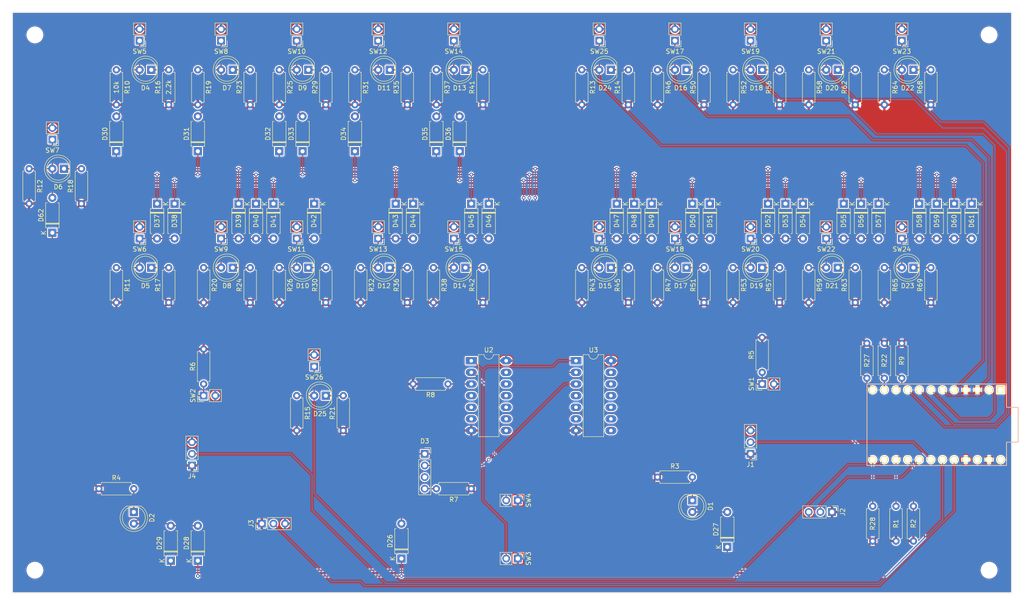
<source format=kicad_pcb>
(kicad_pcb (version 20171130) (host pcbnew "(5.1.4)-1")
  (layers (0 F.Cu signal) (31 B.Cu signal) (34 B.Paste user) (35 F.Paste user) (36 B.SilkS user) (37 F.SilkS user) (38 B.Mask user) (39 F.Mask user) (44 Edge.Cuts user))
  (net 0 "")
  (net 1 GND)
  (net 2 "Net-(D1-Pad1)")
  (net 3 "Net-(D2-Pad1)")
  (net 4 +5V)
  (net 5 "Net-(U1-Pad24)")
  (net 6 "Net-(U1-Pad22)")
  (net 7 "Net-(U1-Pad2)")
  (net 8 "Net-(U1-Pad1)")
  (net 9 /joystick1)
  (net 10 /joystick2)
  (net 11 /stage)
  (net 12 "Net-(D3-Pad4)")
  (net 13 "Net-(D3-Pad3)")
  (net 14 "Net-(D3-Pad2)")
  (net 15 "Net-(SW3-Pad2)")
  (net 16 "Net-(SW4-Pad2)")
  (net 17 /AG1)
  (net 18 /AG6)
  (net 19 /abort)
  (net 20 /AG2)
  (net 21 /AG7)
  (net 22 /AG3)
  (net 23 /AG8)
  (net 24 /AG4)
  (net 25 /AG9)
  (net 26 /AG5)
  (net 27 /AG10)
  (net 28 "Net-(D4-Pad1)")
  (net 29 "Net-(D5-Pad1)")
  (net 30 "Net-(D6-Pad1)")
  (net 31 "Net-(D7-Pad1)")
  (net 32 "Net-(D8-Pad1)")
  (net 33 "Net-(D9-Pad1)")
  (net 34 "Net-(D10-Pad1)")
  (net 35 "Net-(D11-Pad1)")
  (net 36 "Net-(D12-Pad1)")
  (net 37 "Net-(D13-Pad1)")
  (net 38 "Net-(D14-Pad1)")
  (net 39 /sas)
  (net 40 /rcs)
  (net 41 /gears)
  (net 42 /lights)
  (net 43 "Net-(D15-Pad1)")
  (net 44 "Net-(D16-Pad1)")
  (net 45 "Net-(D17-Pad1)")
  (net 46 "Net-(D18-Pad1)")
  (net 47 "Net-(D19-Pad1)")
  (net 48 "Net-(D20-Pad1)")
  (net 49 "Net-(D21-Pad1)")
  (net 50 "Net-(D22-Pad1)")
  (net 51 "Net-(D23-Pad1)")
  (net 52 /load)
  (net 53 /save)
  (net 54 /time-)
  (net 55 /time+)
  (net 56 /map)
  (net 57 /mode)
  (net 58 "Net-(D24-Pad1)")
  (net 59 /reset)
  (net 60 "Net-(D25-Pad1)")
  (net 61 /y)
  (net 62 /x)
  (net 63 /w)
  (net 64 /z)
  (net 65 /JBS2)
  (net 66 /JBS1)
  (net 67 /AGbin1)
  (net 68 /AGbin2)
  (net 69 /AGbin4)
  (net 70 /AGbin8)
  (module Diode_THT:D_A-405_P7.62mm_Horizontal (layer F.Cu) (at 38.1 66.04 90)
    (fp_text reference D62 (at 3.81 -2.47 90) (layer F.SilkS))
    (fp_text value D)
    (fp_text user K (at 0 -1.9 90) (layer F.SilkS))
    (pad 2 thru_hole oval (at 7.62 0 90) (size 1.8 1.8) (drill 0.9) (layers *.Cu *.Mask) (net 19 /abort))
    (pad 1 thru_hole rect (at 0 0 90) (size 1.8 1.8) (drill 0.9) (layers *.Cu *.Mask) (net 27 /AG10))
  )
  (module Resistor_THT:R_Axial_DIN0207_L6.3mm_D2.5mm_P7.62mm_Horizontal (layer F.Cu) (at 223.52 90.17 270)
    (fp_text reference R9 (at 3.81 0 90) (layer F.SilkS))
    (fp_text value 10k)
    (pad 2 thru_hole oval (at 7.62 0 270) (size 1.6 1.6) (drill 0.8) (layers *.Cu *.Mask) (net 67 /AGbin1))
    (pad 1 thru_hole circle (at 0 0 270) (size 1.6 1.6) (drill 0.8) (layers *.Cu *.Mask) (net 1 GND))
  )
  (module Diode_THT:D_A-405_P7.62mm_Horizontal (layer F.Cu) (at 238.76 59.69 270)
    (fp_text reference D61 (at 3.81 0 90) (layer F.SilkS))
    (fp_text value D)
    (fp_text user K (at 0 -1.9 90) (layer F.SilkS))
    (pad 2 thru_hole oval (at 7.62 0 270) (size 1.8 1.8) (drill 0.9) (layers *.Cu *.Mask) (net 56 /map))
    (pad 1 thru_hole rect (at 0 0 270) (size 1.8 1.8) (drill 0.9) (layers *.Cu *.Mask) (net 70 /AGbin8))
  )
  (module Diode_THT:D_A-405_P7.62mm_Horizontal (layer F.Cu) (at 234.95 59.69 270)
    (fp_text reference D60 (at 3.81 0 90) (layer F.SilkS))
    (fp_text value D)
    (fp_text user K (at 0 -1.9 90) (layer F.SilkS))
    (pad 2 thru_hole oval (at 7.62 0 270) (size 1.8 1.8) (drill 0.9) (layers *.Cu *.Mask) (net 56 /map))
    (pad 1 thru_hole rect (at 0 0 270) (size 1.8 1.8) (drill 0.9) (layers *.Cu *.Mask) (net 69 /AGbin4))
  )
  (module Diode_THT:D_A-405_P7.62mm_Horizontal (layer F.Cu) (at 231.14 59.69 270)
    (fp_text reference D59 (at 3.81 0 90) (layer F.SilkS))
    (fp_text value D)
    (fp_text user K (at 0 -1.9 90) (layer F.SilkS))
    (pad 2 thru_hole oval (at 7.62 0 270) (size 1.8 1.8) (drill 0.9) (layers *.Cu *.Mask) (net 56 /map))
    (pad 1 thru_hole rect (at 0 0 270) (size 1.8 1.8) (drill 0.9) (layers *.Cu *.Mask) (net 68 /AGbin2))
  )
  (module Diode_THT:D_A-405_P7.62mm_Horizontal (layer F.Cu) (at 227.33 59.69 270)
    (fp_text reference D58 (at 3.81 0 90) (layer F.SilkS))
    (fp_text value D)
    (fp_text user K (at 0 -1.9 90) (layer F.SilkS))
    (pad 2 thru_hole oval (at 7.62 0 270) (size 1.8 1.8) (drill 0.9) (layers *.Cu *.Mask) (net 56 /map))
    (pad 1 thru_hole rect (at 0 0 270) (size 1.8 1.8) (drill 0.9) (layers *.Cu *.Mask) (net 67 /AGbin1))
  )
  (module Diode_THT:D_A-405_P7.62mm_Horizontal (layer F.Cu) (at 218.44 59.69 270)
    (fp_text reference D57 (at 3.81 0 90) (layer F.SilkS))
    (fp_text value D)
    (fp_text user K (at 0 -1.9 90) (layer F.SilkS))
    (pad 2 thru_hole oval (at 7.62 0 270) (size 1.8 1.8) (drill 0.9) (layers *.Cu *.Mask) (net 55 /time+))
    (pad 1 thru_hole rect (at 0 0 270) (size 1.8 1.8) (drill 0.9) (layers *.Cu *.Mask) (net 70 /AGbin8))
  )
  (module Diode_THT:D_A-405_P7.62mm_Horizontal (layer F.Cu) (at 214.63 59.69 270)
    (fp_text reference D56 (at 3.81 0 90) (layer F.SilkS))
    (fp_text value D)
    (fp_text user K (at 0 -1.9 90) (layer F.SilkS))
    (pad 2 thru_hole oval (at 7.62 0 270) (size 1.8 1.8) (drill 0.9) (layers *.Cu *.Mask) (net 55 /time+))
    (pad 1 thru_hole rect (at 0 0 270) (size 1.8 1.8) (drill 0.9) (layers *.Cu *.Mask) (net 69 /AGbin4))
  )
  (module Diode_THT:D_A-405_P7.62mm_Horizontal (layer F.Cu) (at 210.82 59.69 270)
    (fp_text reference D55 (at 3.81 0 90) (layer F.SilkS))
    (fp_text value D)
    (fp_text user K (at 0 -1.9 90) (layer F.SilkS))
    (pad 2 thru_hole oval (at 7.62 0 270) (size 1.8 1.8) (drill 0.9) (layers *.Cu *.Mask) (net 55 /time+))
    (pad 1 thru_hole rect (at 0 0 270) (size 1.8 1.8) (drill 0.9) (layers *.Cu *.Mask) (net 68 /AGbin2))
  )
  (module Diode_THT:D_A-405_P7.62mm_Horizontal (layer F.Cu) (at 201.93 59.69 270)
    (fp_text reference D54 (at 3.81 0 90) (layer F.SilkS))
    (fp_text value D)
    (fp_text user K (at 0 -1.9 90) (layer F.SilkS))
    (pad 2 thru_hole oval (at 7.62 0 270) (size 1.8 1.8) (drill 0.9) (layers *.Cu *.Mask) (net 54 /time-))
    (pad 1 thru_hole rect (at 0 0 270) (size 1.8 1.8) (drill 0.9) (layers *.Cu *.Mask) (net 70 /AGbin8))
  )
  (module Diode_THT:D_A-405_P7.62mm_Horizontal (layer F.Cu) (at 198.12 59.69 270)
    (fp_text reference D53 (at 3.81 0 90) (layer F.SilkS))
    (fp_text value D)
    (fp_text user K (at 0 -1.9 90) (layer F.SilkS))
    (pad 2 thru_hole oval (at 7.62 0 270) (size 1.8 1.8) (drill 0.9) (layers *.Cu *.Mask) (net 54 /time-))
    (pad 1 thru_hole rect (at 0 0 270) (size 1.8 1.8) (drill 0.9) (layers *.Cu *.Mask) (net 69 /AGbin4))
  )
  (module Diode_THT:D_A-405_P7.62mm_Horizontal (layer F.Cu) (at 194.31 59.69 270)
    (fp_text reference D52 (at 3.81 0 90) (layer F.SilkS))
    (fp_text value D)
    (fp_text user K (at 0 -1.9 90) (layer F.SilkS))
    (pad 2 thru_hole oval (at 7.62 0 270) (size 1.8 1.8) (drill 0.9) (layers *.Cu *.Mask) (net 54 /time-))
    (pad 1 thru_hole rect (at 0 0 270) (size 1.8 1.8) (drill 0.9) (layers *.Cu *.Mask) (net 67 /AGbin1))
  )
  (module Diode_THT:D_A-405_P7.62mm_Horizontal (layer F.Cu) (at 181.61 59.69 270)
    (fp_text reference D51 (at 3.81 0 90) (layer F.SilkS))
    (fp_text value D)
    (fp_text user K (at 0 -1.9 90) (layer F.SilkS))
    (pad 2 thru_hole oval (at 7.62 0 270) (size 1.8 1.8) (drill 0.9) (layers *.Cu *.Mask) (net 53 /save))
    (pad 1 thru_hole rect (at 0 0 270) (size 1.8 1.8) (drill 0.9) (layers *.Cu *.Mask) (net 70 /AGbin8))
  )
  (module Diode_THT:D_A-405_P7.62mm_Horizontal (layer F.Cu) (at 177.8 59.69 270)
    (fp_text reference D50 (at 3.81 -0.1 90) (layer F.SilkS))
    (fp_text value D)
    (fp_text user K (at 0 -1.9 90) (layer F.SilkS))
    (pad 2 thru_hole oval (at 7.62 0 270) (size 1.8 1.8) (drill 0.9) (layers *.Cu *.Mask) (net 53 /save))
    (pad 1 thru_hole rect (at 0 0 270) (size 1.8 1.8) (drill 0.9) (layers *.Cu *.Mask) (net 69 /AGbin4))
  )
  (module Diode_THT:D_A-405_P7.62mm_Horizontal (layer F.Cu) (at 168.91 59.69 270)
    (fp_text reference D49 (at 3.81 0 90) (layer F.SilkS))
    (fp_text value D)
    (fp_text user K (at 0 -1.9 90) (layer F.SilkS))
    (pad 2 thru_hole oval (at 7.62 0 270) (size 1.8 1.8) (drill 0.9) (layers *.Cu *.Mask) (net 52 /load))
    (pad 1 thru_hole rect (at 0 0 270) (size 1.8 1.8) (drill 0.9) (layers *.Cu *.Mask) (net 70 /AGbin8))
  )
  (module Diode_THT:D_A-405_P7.62mm_Horizontal (layer F.Cu) (at 165.1 59.69 270)
    (fp_text reference D48 (at 3.81 0 90) (layer F.SilkS))
    (fp_text value D)
    (fp_text user K (at 0 -1.9 90) (layer F.SilkS))
    (pad 2 thru_hole oval (at 7.62 0 270) (size 1.8 1.8) (drill 0.9) (layers *.Cu *.Mask) (net 52 /load))
    (pad 1 thru_hole rect (at 0 0 270) (size 1.8 1.8) (drill 0.9) (layers *.Cu *.Mask) (net 68 /AGbin2))
  )
  (module Diode_THT:D_A-405_P7.62mm_Horizontal (layer F.Cu) (at 161.29 59.69 270)
    (fp_text reference D47 (at 3.81 0 90) (layer F.SilkS))
    (fp_text value D)
    (fp_text user K (at 0 -1.9 90) (layer F.SilkS))
    (pad 2 thru_hole oval (at 7.62 0 270) (size 1.8 1.8) (drill 0.9) (layers *.Cu *.Mask) (net 52 /load))
    (pad 1 thru_hole rect (at 0 0 270) (size 1.8 1.8) (drill 0.9) (layers *.Cu *.Mask) (net 67 /AGbin1))
  )
  (module Diode_THT:D_A-405_P7.62mm_Horizontal (layer F.Cu) (at 133.35 59.69 270)
    (fp_text reference D46 (at 3.81 0 90) (layer F.SilkS))
    (fp_text value D)
    (fp_text user K (at 0 -1.9 90) (layer F.SilkS))
    (pad 2 thru_hole oval (at 7.62 0 270) (size 1.8 1.8) (drill 0.9) (layers *.Cu *.Mask) (net 27 /AG10))
    (pad 1 thru_hole rect (at 0 0 270) (size 1.8 1.8) (drill 0.9) (layers *.Cu *.Mask) (net 70 /AGbin8))
  )
  (module Diode_THT:D_A-405_P7.62mm_Horizontal (layer F.Cu) (at 129.54 59.69 270)
    (fp_text reference D45 (at 3.81 0 90) (layer F.SilkS))
    (fp_text value D)
    (fp_text user K (at 0 -1.9 90) (layer F.SilkS))
    (pad 2 thru_hole oval (at 7.62 0 270) (size 1.8 1.8) (drill 0.9) (layers *.Cu *.Mask) (net 27 /AG10))
    (pad 1 thru_hole rect (at 0 0 270) (size 1.8 1.8) (drill 0.9) (layers *.Cu *.Mask) (net 68 /AGbin2))
  )
  (module Diode_THT:D_A-405_P7.62mm_Horizontal (layer F.Cu) (at 116.84 59.69 270)
    (fp_text reference D44 (at 3.81 0 90) (layer F.SilkS))
    (fp_text value D)
    (fp_text user K (at 0 -1.9 90) (layer F.SilkS))
    (pad 2 thru_hole oval (at 7.62 0 270) (size 1.8 1.8) (drill 0.9) (layers *.Cu *.Mask) (net 25 /AG9))
    (pad 1 thru_hole rect (at 0 0 270) (size 1.8 1.8) (drill 0.9) (layers *.Cu *.Mask) (net 70 /AGbin8))
  )
  (module Diode_THT:D_A-405_P7.62mm_Horizontal (layer F.Cu) (at 113.03 59.69 270)
    (fp_text reference D43 (at 3.81 0 90) (layer F.SilkS))
    (fp_text value D)
    (fp_text user K (at 0 -1.9 90) (layer F.SilkS))
    (pad 2 thru_hole oval (at 7.62 0 270) (size 1.8 1.8) (drill 0.9) (layers *.Cu *.Mask) (net 25 /AG9))
    (pad 1 thru_hole rect (at 0 0 270) (size 1.8 1.8) (drill 0.9) (layers *.Cu *.Mask) (net 67 /AGbin1))
  )
  (module Diode_THT:D_A-405_P7.62mm_Horizontal (layer F.Cu) (at 95.25 59.69 270)
    (fp_text reference D42 (at 3.81 0.05 90) (layer F.SilkS))
    (fp_text value D)
    (fp_text user K (at 0 -1.9 90) (layer F.SilkS))
    (pad 2 thru_hole oval (at 7.62 0 270) (size 1.8 1.8) (drill 0.9) (layers *.Cu *.Mask) (net 23 /AG8))
    (pad 1 thru_hole rect (at 0 0 270) (size 1.8 1.8) (drill 0.9) (layers *.Cu *.Mask) (net 70 /AGbin8))
  )
  (module Diode_THT:D_A-405_P7.62mm_Horizontal (layer F.Cu) (at 86.36 59.69 270)
    (fp_text reference D41 (at 3.81 0 90) (layer F.SilkS))
    (fp_text value D)
    (fp_text user K (at 0 -1.9 90) (layer F.SilkS))
    (pad 2 thru_hole oval (at 7.62 0 270) (size 1.8 1.8) (drill 0.9) (layers *.Cu *.Mask) (net 21 /AG7))
    (pad 1 thru_hole rect (at 0 0 270) (size 1.8 1.8) (drill 0.9) (layers *.Cu *.Mask) (net 69 /AGbin4))
  )
  (module Diode_THT:D_A-405_P7.62mm_Horizontal (layer F.Cu) (at 82.55 59.69 270)
    (fp_text reference D40 (at 3.81 0 90) (layer F.SilkS))
    (fp_text value D)
    (fp_text user K (at 0 -1.9 90) (layer F.SilkS))
    (pad 2 thru_hole oval (at 7.62 0 270) (size 1.8 1.8) (drill 0.9) (layers *.Cu *.Mask) (net 21 /AG7))
    (pad 1 thru_hole rect (at 0 0 270) (size 1.8 1.8) (drill 0.9) (layers *.Cu *.Mask) (net 68 /AGbin2))
  )
  (module Diode_THT:D_A-405_P7.62mm_Horizontal (layer F.Cu) (at 78.74 59.69 270)
    (fp_text reference D39 (at 3.81 0 90) (layer F.SilkS))
    (fp_text value D)
    (fp_text user K (at 0 -1.9 90) (layer F.SilkS))
    (pad 2 thru_hole oval (at 7.62 0 270) (size 1.8 1.8) (drill 0.9) (layers *.Cu *.Mask) (net 21 /AG7))
    (pad 1 thru_hole rect (at 0 0 270) (size 1.8 1.8) (drill 0.9) (layers *.Cu *.Mask) (net 67 /AGbin1))
  )
  (module Diode_THT:D_A-405_P7.62mm_Horizontal (layer F.Cu) (at 64.77 59.69 270)
    (fp_text reference D38 (at 3.81 0 90) (layer F.SilkS))
    (fp_text value D)
    (fp_text user K (at 0 -1.9 90) (layer F.SilkS))
    (pad 2 thru_hole oval (at 7.62 0 270) (size 1.8 1.8) (drill 0.9) (layers *.Cu *.Mask) (net 18 /AG6))
    (pad 1 thru_hole rect (at 0 0 270) (size 1.8 1.8) (drill 0.9) (layers *.Cu *.Mask) (net 69 /AGbin4))
  )
  (module Diode_THT:D_A-405_P7.62mm_Horizontal (layer F.Cu) (at 60.96 59.69 270)
    (fp_text reference D37 (at 3.81 0 90) (layer F.SilkS))
    (fp_text value D)
    (fp_text user K (at 0 -1.9 90) (layer F.SilkS))
    (pad 2 thru_hole oval (at 7.62 0 270) (size 1.8 1.8) (drill 0.9) (layers *.Cu *.Mask) (net 18 /AG6))
    (pad 1 thru_hole rect (at 0 0 270) (size 1.8 1.8) (drill 0.9) (layers *.Cu *.Mask) (net 68 /AGbin2))
  )
  (module Diode_THT:D_A-405_P7.62mm_Horizontal (layer F.Cu) (at 121.92 48.26 90)
    (fp_text reference D35 (at 3.81 -2.47 90) (layer F.SilkS))
    (fp_text value D)
    (pad 2 thru_hole oval (at 7.62 0 90) (size 1.8 1.8) (drill 0.9) (layers *.Cu *.Mask) (net 26 /AG5))
    (pad 1 thru_hole rect (at 0 0 90) (size 1.8 1.8) (drill 0.9) (layers *.Cu *.Mask) (net 67 /AGbin1))
  )
  (module Resistor_THT:R_Axial_DIN0207_L6.3mm_D2.5mm_P7.62mm_Horizontal (layer F.Cu) (at 217.17 133.35 90)
    (fp_text reference R28 (at 3.81 0 90) (layer F.SilkS))
    (fp_text value 10k)
    (pad 2 thru_hole oval (at 7.62 0 90) (size 1.6 1.6) (drill 0.8) (layers *.Cu *.Mask) (net 70 /AGbin8))
    (pad 1 thru_hole circle (at 0 0 90) (size 1.6 1.6) (drill 0.8) (layers *.Cu *.Mask) (net 1 GND))
  )
  (module Resistor_THT:R_Axial_DIN0207_L6.3mm_D2.5mm_P7.62mm_Horizontal (layer F.Cu) (at 215.9 90.17 270)
    (fp_text reference R27 (at 3.81 0 90) (layer F.SilkS))
    (fp_text value 10k)
    (pad 2 thru_hole oval (at 7.62 0 270) (size 1.6 1.6) (drill 0.8) (layers *.Cu *.Mask) (net 69 /AGbin4))
    (pad 1 thru_hole circle (at 0 0 270) (size 1.6 1.6) (drill 0.8) (layers *.Cu *.Mask) (net 1 GND))
  )
  (module Resistor_THT:R_Axial_DIN0207_L6.3mm_D2.5mm_P7.62mm_Horizontal (layer F.Cu) (at 219.71 90.17 270)
    (fp_text reference R22 (at 3.81 0 90) (layer F.SilkS))
    (fp_text value 10k)
    (pad 2 thru_hole oval (at 7.62 0 270) (size 1.6 1.6) (drill 0.8) (layers *.Cu *.Mask) (net 68 /AGbin2))
    (pad 1 thru_hole circle (at 0 0 270) (size 1.6 1.6) (drill 0.8) (layers *.Cu *.Mask) (net 1 GND))
  )
  (module Diode_THT:D_A-405_P7.62mm_Horizontal (layer F.Cu) (at 127 48.26 90)
    (fp_text reference D36 (at 3.81 -2.47 90) (layer F.SilkS))
    (fp_text value D)
    (pad 2 thru_hole oval (at 7.62 0 90) (size 1.8 1.8) (drill 0.9) (layers *.Cu *.Mask) (net 26 /AG5))
    (pad 1 thru_hole rect (at 0 0 90) (size 1.8 1.8) (drill 0.9) (layers *.Cu *.Mask) (net 69 /AGbin4))
  )
  (module Diode_THT:D_A-405_P7.62mm_Horizontal (layer F.Cu) (at 104.14 48.26 90)
    (fp_text reference D34 (at 3.81 -2.47 90) (layer F.SilkS))
    (fp_text value D)
    (pad 2 thru_hole oval (at 7.62 0 90) (size 1.8 1.8) (drill 0.9) (layers *.Cu *.Mask) (net 24 /AG4))
    (pad 1 thru_hole rect (at 0 0 90) (size 1.8 1.8) (drill 0.9) (layers *.Cu *.Mask) (net 69 /AGbin4))
  )
  (module Diode_THT:D_A-405_P7.62mm_Horizontal (layer F.Cu) (at 92.71 48.26 90)
    (fp_text reference D33 (at 3.81 -2.47 90) (layer F.SilkS))
    (fp_text value D)
    (pad 2 thru_hole oval (at 7.62 0 90) (size 1.8 1.8) (drill 0.9) (layers *.Cu *.Mask) (net 22 /AG3))
    (pad 1 thru_hole rect (at 0 0 90) (size 1.8 1.8) (drill 0.9) (layers *.Cu *.Mask) (net 68 /AGbin2))
  )
  (module Diode_THT:D_A-405_P7.62mm_Horizontal (layer F.Cu) (at 87.63 48.26 90)
    (fp_text reference D32 (at 3.81 -2.47 90) (layer F.SilkS))
    (fp_text value D)
    (pad 2 thru_hole oval (at 7.62 0 90) (size 1.8 1.8) (drill 0.9) (layers *.Cu *.Mask) (net 22 /AG3))
    (pad 1 thru_hole rect (at 0 0 90) (size 1.8 1.8) (drill 0.9) (layers *.Cu *.Mask) (net 67 /AGbin1))
  )
  (module Diode_THT:D_A-405_P7.62mm_Horizontal (layer F.Cu) (at 69.85 48.26 90)
    (fp_text reference D31 (at 3.81 -2.47 90) (layer F.SilkS))
    (fp_text value D)
    (pad 2 thru_hole oval (at 7.62 0 90) (size 1.8 1.8) (drill 0.9) (layers *.Cu *.Mask) (net 20 /AG2))
    (pad 1 thru_hole rect (at 0 0 90) (size 1.8 1.8) (drill 0.9) (layers *.Cu *.Mask) (net 68 /AGbin2))
  )
  (module Diode_THT:D_A-405_P7.62mm_Horizontal (layer F.Cu) (at 52.07 48.26 90)
    (fp_text reference D30 (at 3.81 -2.47 90) (layer F.SilkS))
    (fp_text value D)
    (pad 2 thru_hole oval (at 7.62 0 90) (size 1.8 1.8) (drill 0.9) (layers *.Cu *.Mask) (net 17 /AG1))
    (pad 1 thru_hole rect (at 0 0 90) (size 1.8 1.8) (drill 0.9) (layers *.Cu *.Mask) (net 67 /AGbin1))
  )
  (module Diode_THT:D_A-405_P7.62mm_Horizontal (layer F.Cu) (at 63.94 137.62 90)
    (fp_text reference D29 (at 3.81 -2.47 90) (layer F.SilkS))
    (fp_text value D)
    (fp_text user K (at 0 -1.9 90) (layer F.SilkS))
    (pad 2 thru_hole oval (at 7.62 0 90) (size 1.8 1.8) (drill 0.9) (layers *.Cu *.Mask) (net 10 /joystick2))
    (pad 1 thru_hole rect (at 0 0 90) (size 1.8 1.8) (drill 0.9) (layers *.Cu *.Mask) (net 65 /JBS2))
  )
  (module Diode_THT:D_A-405_P7.62mm_Horizontal (layer F.Cu) (at 69.85 137.62 90)
    (fp_text reference D28 (at 3.81 -2.47 90) (layer F.SilkS))
    (fp_text value D)
    (fp_text user K (at 0 -1.9 90) (layer F.SilkS))
    (pad 2 thru_hole oval (at 7.62 0 90) (size 1.8 1.8) (drill 0.9) (layers *.Cu *.Mask) (net 10 /joystick2))
    (pad 1 thru_hole rect (at 0 0 90) (size 1.8 1.8) (drill 0.9) (layers *.Cu *.Mask) (net 66 /JBS1))
  )
  (module Diode_THT:D_A-405_P7.62mm_Horizontal (layer F.Cu) (at 185.42 134.62 90)
    (fp_text reference D27 (at 3.81 -2.47 90) (layer F.SilkS))
    (fp_text value D)
    (fp_text user K (at 0 -1.9 90) (layer F.SilkS))
    (pad 2 thru_hole oval (at 7.62 0 90) (size 1.8 1.8) (drill 0.9) (layers *.Cu *.Mask) (net 9 /joystick1))
    (pad 1 thru_hole rect (at 0 0 90) (size 1.8 1.8) (drill 0.9) (layers *.Cu *.Mask) (net 65 /JBS2))
  )
  (module Diode_THT:D_A-405_P7.62mm_Horizontal (layer F.Cu) (at 114.3 137.16 90)
    (fp_text reference D26 (at 3.81 -2.47 90) (layer F.SilkS))
    (fp_text value D)
    (fp_text user K (at 0 -1.9 90) (layer F.SilkS))
    (pad 2 thru_hole oval (at 7.62 0 90) (size 1.8 1.8) (drill 0.9) (layers *.Cu *.Mask) (net 11 /stage))
    (pad 1 thru_hole rect (at 0 0 90) (size 1.8 1.8) (drill 0.9) (layers *.Cu *.Mask) (net 66 /JBS1))
  )
  (module Resistor_THT:R_Axial_DIN0207_L6.3mm_D2.5mm_P7.62mm_Horizontal (layer F.Cu) (at 226.06 125.73 270)
    (fp_text reference R2 (at 3.81 0 90) (layer F.SilkS))
    (fp_text value 10k)
    (pad 2 thru_hole oval (at 7.62 0 270) (size 1.6 1.6) (drill 0.8) (layers *.Cu *.Mask) (net 1 GND))
    (pad 1 thru_hole circle (at 0 0 270) (size 1.6 1.6) (drill 0.8) (layers *.Cu *.Mask) (net 65 /JBS2))
  )
  (module Resistor_THT:R_Axial_DIN0207_L6.3mm_D2.5mm_P7.62mm_Horizontal (layer F.Cu) (at 222.25 125.73 270)
    (fp_text reference R1 (at 3.81 0 90) (layer F.SilkS))
    (fp_text value 10k)
    (pad 2 thru_hole oval (at 7.62 0 270) (size 1.6 1.6) (drill 0.8) (layers *.Cu *.Mask) (net 1 GND))
    (pad 1 thru_hole circle (at 0 0 270) (size 1.6 1.6) (drill 0.8) (layers *.Cu *.Mask) (net 66 /JBS1))
  )
  (module Connector_PinHeader_2.54mm:PinHeader_1x02_P2.54mm_Vertical (layer F.Cu) (at 95.25 95.25 180)
    (fp_text reference SW26 (at 0 -2.33) (layer F.SilkS))
    (fp_text value reset)
    (pad 2 thru_hole oval (at 0 2.54 180) (size 1.7 1.7) (drill 1) (layers *.Cu *.Mask) (net 4 +5V))
    (pad 1 thru_hole rect (at 0 0 180) (size 1.7 1.7) (drill 1) (layers *.Cu *.Mask) (net 59 /reset))
  )
  (module Connector_PinHeader_2.54mm:PinHeader_1x02_P2.54mm_Vertical (layer F.Cu) (at 157.48 24.13 180)
    (fp_text reference SW25 (at 0 -2.33) (layer F.SilkS))
    (fp_text value mode)
    (pad 2 thru_hole oval (at 0 2.54 180) (size 1.7 1.7) (drill 1) (layers *.Cu *.Mask) (net 4 +5V))
    (pad 1 thru_hole rect (at 0 0 180) (size 1.7 1.7) (drill 1) (layers *.Cu *.Mask) (net 57 /mode))
  )
  (module Resistor_THT:R_Axial_DIN0207_L6.3mm_D2.5mm_P7.62mm_Horizontal (layer F.Cu) (at 101.6 109.22 90)
    (fp_text reference R21 (at 3.81 -2.37 90) (layer F.SilkS))
    (fp_text value 2.2k)
    (pad 2 thru_hole oval (at 7.62 0 90) (size 1.6 1.6) (drill 0.8) (layers *.Cu *.Mask) (net 60 "Net-(D25-Pad1)"))
    (pad 1 thru_hole circle (at 0 0 90) (size 1.6 1.6) (drill 0.8) (layers *.Cu *.Mask) (net 1 GND))
  )
  (module Resistor_THT:R_Axial_DIN0207_L6.3mm_D2.5mm_P7.62mm_Horizontal (layer F.Cu) (at 91.44 101.6 270)
    (fp_text reference R15 (at 3.81 -2.37 90) (layer F.SilkS))
    (fp_text value 10k)
    (pad 2 thru_hole oval (at 7.62 0 270) (size 1.6 1.6) (drill 0.8) (layers *.Cu *.Mask) (net 1 GND))
    (pad 1 thru_hole circle (at 0 0 270) (size 1.6 1.6) (drill 0.8) (layers *.Cu *.Mask) (net 59 /reset))
  )
  (module Resistor_THT:R_Axial_DIN0207_L6.3mm_D2.5mm_P7.62mm_Horizontal (layer F.Cu) (at 163.83 38.1 90)
    (fp_text reference R14 (at 3.81 -2.37 90) (layer F.SilkS))
    (fp_text value 2.2k)
    (pad 2 thru_hole oval (at 7.62 0 90) (size 1.6 1.6) (drill 0.8) (layers *.Cu *.Mask) (net 58 "Net-(D24-Pad1)"))
    (pad 1 thru_hole circle (at 0 0 90) (size 1.6 1.6) (drill 0.8) (layers *.Cu *.Mask) (net 1 GND))
  )
  (module Resistor_THT:R_Axial_DIN0207_L6.3mm_D2.5mm_P7.62mm_Horizontal (layer F.Cu) (at 153.67 30.48 270)
    (fp_text reference R13 (at 3.81 -2.37 90) (layer F.SilkS))
    (fp_text value 10k)
    (pad 2 thru_hole oval (at 7.62 0 270) (size 1.6 1.6) (drill 0.8) (layers *.Cu *.Mask) (net 1 GND))
    (pad 1 thru_hole circle (at 0 0 270) (size 1.6 1.6) (drill 0.8) (layers *.Cu *.Mask) (net 57 /mode))
  )
  (module LED_THT:LED_D5.0mm (layer F.Cu) (at 97.79 101.6 180)
    (fp_text reference D25 (at 1.27 -3.96) (layer F.SilkS))
    (fp_text value Red)
    (pad 2 thru_hole circle (at 2.54 0 180) (size 1.8 1.8) (drill 0.9) (layers *.Cu *.Mask) (net 59 /reset))
    (pad 1 thru_hole rect (at 0 0 180) (size 1.8 1.8) (drill 0.9) (layers *.Cu *.Mask) (net 60 "Net-(D25-Pad1)"))
  )
  (module LED_THT:LED_D5.0mm (layer F.Cu) (at 160.02 30.48 180)
    (fp_text reference D24 (at 1.27 -3.96) (layer F.SilkS))
    (fp_text value Red)
    (pad 2 thru_hole circle (at 2.54 0 180) (size 1.8 1.8) (drill 0.9) (layers *.Cu *.Mask) (net 57 /mode))
    (pad 1 thru_hole rect (at 0 0 180) (size 1.8 1.8) (drill 0.9) (layers *.Cu *.Mask) (net 58 "Net-(D24-Pad1)"))
  )
  (module Connector_PinHeader_2.54mm:PinHeader_1x02_P2.54mm_Vertical (layer F.Cu) (at 223.52 67.31 180)
    (fp_text reference SW24 (at 0 -2.33) (layer F.SilkS))
    (fp_text value Map)
    (pad 2 thru_hole oval (at 0 2.54 180) (size 1.7 1.7) (drill 1) (layers *.Cu *.Mask) (net 4 +5V))
    (pad 1 thru_hole rect (at 0 0 180) (size 1.7 1.7) (drill 1) (layers *.Cu *.Mask) (net 56 /map))
  )
  (module Connector_PinHeader_2.54mm:PinHeader_1x02_P2.54mm_Vertical (layer F.Cu) (at 223.52 24.13 180)
    (fp_text reference SW23 (at 0 -2.33) (layer F.SilkS))
    (fp_text value Lights)
    (pad 2 thru_hole oval (at 0 2.54 180) (size 1.7 1.7) (drill 1) (layers *.Cu *.Mask) (net 4 +5V))
    (pad 1 thru_hole rect (at 0 0 180) (size 1.7 1.7) (drill 1) (layers *.Cu *.Mask) (net 42 /lights))
  )
  (module Connector_PinHeader_2.54mm:PinHeader_1x02_P2.54mm_Vertical (layer F.Cu) (at 207.01 67.31 180)
    (fp_text reference SW22 (at 0 -2.33) (layer F.SilkS))
    (fp_text value Time+)
    (pad 2 thru_hole oval (at 0 2.54 180) (size 1.7 1.7) (drill 1) (layers *.Cu *.Mask) (net 4 +5V))
    (pad 1 thru_hole rect (at 0 0 180) (size 1.7 1.7) (drill 1) (layers *.Cu *.Mask) (net 55 /time+))
  )
  (module Connector_PinHeader_2.54mm:PinHeader_1x02_P2.54mm_Vertical (layer F.Cu) (at 207.01 24.13 180)
    (fp_text reference SW21 (at 0 -2.33) (layer F.SilkS))
    (fp_text value Gears)
    (pad 2 thru_hole oval (at 0 2.54 180) (size 1.7 1.7) (drill 1) (layers *.Cu *.Mask) (net 4 +5V))
    (pad 1 thru_hole rect (at 0 0 180) (size 1.7 1.7) (drill 1) (layers *.Cu *.Mask) (net 41 /gears))
  )
  (module Connector_PinHeader_2.54mm:PinHeader_1x02_P2.54mm_Vertical (layer F.Cu) (at 190.5 67.31 180)
    (fp_text reference SW20 (at 0 -2.33) (layer F.SilkS))
    (fp_text value Time-)
    (pad 2 thru_hole oval (at 0 2.54 180) (size 1.7 1.7) (drill 1) (layers *.Cu *.Mask) (net 4 +5V))
    (pad 1 thru_hole rect (at 0 0 180) (size 1.7 1.7) (drill 1) (layers *.Cu *.Mask) (net 54 /time-))
  )
  (module Connector_PinHeader_2.54mm:PinHeader_1x02_P2.54mm_Vertical (layer F.Cu) (at 190.5 24.13 180)
    (fp_text reference SW19 (at 0 -2.33) (layer F.SilkS))
    (fp_text value RCS)
    (pad 2 thru_hole oval (at 0 2.54 180) (size 1.7 1.7) (drill 1) (layers *.Cu *.Mask) (net 4 +5V))
    (pad 1 thru_hole rect (at 0 0 180) (size 1.7 1.7) (drill 1) (layers *.Cu *.Mask) (net 40 /rcs))
  )
  (module Connector_PinHeader_2.54mm:PinHeader_1x02_P2.54mm_Vertical (layer F.Cu) (at 173.99 67.31 180)
    (fp_text reference SW18 (at 0 -2.33) (layer F.SilkS))
    (fp_text value Save)
    (pad 2 thru_hole oval (at 0 2.54 180) (size 1.7 1.7) (drill 1) (layers *.Cu *.Mask) (net 4 +5V))
    (pad 1 thru_hole rect (at 0 0 180) (size 1.7 1.7) (drill 1) (layers *.Cu *.Mask) (net 53 /save))
  )
  (module Connector_PinHeader_2.54mm:PinHeader_1x02_P2.54mm_Vertical (layer F.Cu) (at 173.99 24.13 180)
    (fp_text reference SW17 (at 0 -2.33) (layer F.SilkS))
    (fp_text value SAS)
    (pad 2 thru_hole oval (at 0 2.54 180) (size 1.7 1.7) (drill 1) (layers *.Cu *.Mask) (net 4 +5V))
    (pad 1 thru_hole rect (at 0 0 180) (size 1.7 1.7) (drill 1) (layers *.Cu *.Mask) (net 39 /sas))
  )
  (module Connector_PinHeader_2.54mm:PinHeader_1x02_P2.54mm_Vertical (layer F.Cu) (at 157.48 67.31 180)
    (fp_text reference SW16 (at 0 -2.33) (layer F.SilkS))
    (fp_text value Load)
    (pad 2 thru_hole oval (at 0 2.54 180) (size 1.7 1.7) (drill 1) (layers *.Cu *.Mask) (net 4 +5V))
    (pad 1 thru_hole rect (at 0 0 180) (size 1.7 1.7) (drill 1) (layers *.Cu *.Mask) (net 52 /load))
  )
  (module Resistor_THT:R_Axial_DIN0207_L6.3mm_D2.5mm_P7.62mm_Horizontal (layer F.Cu) (at 229.87 81.28 90)
    (fp_text reference R69 (at 3.81 -2.37 90) (layer F.SilkS))
    (fp_text value 2.2k)
    (pad 2 thru_hole oval (at 7.62 0 90) (size 1.6 1.6) (drill 0.8) (layers *.Cu *.Mask) (net 51 "Net-(D23-Pad1)"))
    (pad 1 thru_hole circle (at 0 0 90) (size 1.6 1.6) (drill 0.8) (layers *.Cu *.Mask) (net 1 GND))
  )
  (module Resistor_THT:R_Axial_DIN0207_L6.3mm_D2.5mm_P7.62mm_Horizontal (layer F.Cu) (at 229.87 38.1 90)
    (fp_text reference R68 (at 3.81 -2.37 90) (layer F.SilkS))
    (fp_text value 2.2k)
    (pad 2 thru_hole oval (at 7.62 0 90) (size 1.6 1.6) (drill 0.8) (layers *.Cu *.Mask) (net 50 "Net-(D22-Pad1)"))
    (pad 1 thru_hole circle (at 0 0 90) (size 1.6 1.6) (drill 0.8) (layers *.Cu *.Mask) (net 1 GND))
  )
  (module Resistor_THT:R_Axial_DIN0207_L6.3mm_D2.5mm_P7.62mm_Horizontal (layer F.Cu) (at 219.71 73.66 270)
    (fp_text reference R65 (at 3.81 -2.37 90) (layer F.SilkS))
    (fp_text value 10k)
    (pad 2 thru_hole oval (at 7.62 0 270) (size 1.6 1.6) (drill 0.8) (layers *.Cu *.Mask) (net 1 GND))
    (pad 1 thru_hole circle (at 0 0 270) (size 1.6 1.6) (drill 0.8) (layers *.Cu *.Mask) (net 56 /map))
  )
  (module Resistor_THT:R_Axial_DIN0207_L6.3mm_D2.5mm_P7.62mm_Horizontal (layer F.Cu) (at 219.71 30.48 270)
    (fp_text reference R64 (at 3.81 -2.37 90) (layer F.SilkS))
    (fp_text value 10k)
    (pad 2 thru_hole oval (at 7.62 0 270) (size 1.6 1.6) (drill 0.8) (layers *.Cu *.Mask) (net 1 GND))
    (pad 1 thru_hole circle (at 0 0 270) (size 1.6 1.6) (drill 0.8) (layers *.Cu *.Mask) (net 42 /lights))
  )
  (module Resistor_THT:R_Axial_DIN0207_L6.3mm_D2.5mm_P7.62mm_Horizontal (layer F.Cu) (at 213.36 81.28 90)
    (fp_text reference R63 (at 3.81 -2.37 90) (layer F.SilkS))
    (fp_text value 2.2k)
    (pad 2 thru_hole oval (at 7.62 0 90) (size 1.6 1.6) (drill 0.8) (layers *.Cu *.Mask) (net 49 "Net-(D21-Pad1)"))
    (pad 1 thru_hole circle (at 0 0 90) (size 1.6 1.6) (drill 0.8) (layers *.Cu *.Mask) (net 1 GND))
  )
  (module Resistor_THT:R_Axial_DIN0207_L6.3mm_D2.5mm_P7.62mm_Horizontal (layer F.Cu) (at 213.36 38.1 90)
    (fp_text reference R62 (at 3.81 -2.37 90) (layer F.SilkS))
    (fp_text value 2.2k)
    (pad 2 thru_hole oval (at 7.62 0 90) (size 1.6 1.6) (drill 0.8) (layers *.Cu *.Mask) (net 48 "Net-(D20-Pad1)"))
    (pad 1 thru_hole circle (at 0 0 90) (size 1.6 1.6) (drill 0.8) (layers *.Cu *.Mask) (net 1 GND))
  )
  (module Resistor_THT:R_Axial_DIN0207_L6.3mm_D2.5mm_P7.62mm_Horizontal (layer F.Cu) (at 203.2 73.66 270)
    (fp_text reference R59 (at 3.81 -2.37 90) (layer F.SilkS))
    (fp_text value 10k)
    (pad 2 thru_hole oval (at 7.62 0 270) (size 1.6 1.6) (drill 0.8) (layers *.Cu *.Mask) (net 1 GND))
    (pad 1 thru_hole circle (at 0 0 270) (size 1.6 1.6) (drill 0.8) (layers *.Cu *.Mask) (net 55 /time+))
  )
  (module Resistor_THT:R_Axial_DIN0207_L6.3mm_D2.5mm_P7.62mm_Horizontal (layer F.Cu) (at 203.2 30.48 270)
    (fp_text reference R58 (at 3.81 -2.37 90) (layer F.SilkS))
    (fp_text value 10k)
    (pad 2 thru_hole oval (at 7.62 0 270) (size 1.6 1.6) (drill 0.8) (layers *.Cu *.Mask) (net 1 GND))
    (pad 1 thru_hole circle (at 0 0 270) (size 1.6 1.6) (drill 0.8) (layers *.Cu *.Mask) (net 41 /gears))
  )
  (module Resistor_THT:R_Axial_DIN0207_L6.3mm_D2.5mm_P7.62mm_Horizontal (layer F.Cu) (at 196.85 81.28 90)
    (fp_text reference R57 (at 3.81 -2.37 90) (layer F.SilkS))
    (fp_text value 2.2k)
    (pad 2 thru_hole oval (at 7.62 0 90) (size 1.6 1.6) (drill 0.8) (layers *.Cu *.Mask) (net 47 "Net-(D19-Pad1)"))
    (pad 1 thru_hole circle (at 0 0 90) (size 1.6 1.6) (drill 0.8) (layers *.Cu *.Mask) (net 1 GND))
  )
  (module Resistor_THT:R_Axial_DIN0207_L6.3mm_D2.5mm_P7.62mm_Horizontal (layer F.Cu) (at 196.85 38.1 90)
    (fp_text reference R56 (at 3.81 -2.37 90) (layer F.SilkS))
    (fp_text value 2.2k)
    (pad 2 thru_hole oval (at 7.62 0 90) (size 1.6 1.6) (drill 0.8) (layers *.Cu *.Mask) (net 46 "Net-(D18-Pad1)"))
    (pad 1 thru_hole circle (at 0 0 90) (size 1.6 1.6) (drill 0.8) (layers *.Cu *.Mask) (net 1 GND))
  )
  (module Resistor_THT:R_Axial_DIN0207_L6.3mm_D2.5mm_P7.62mm_Horizontal (layer F.Cu) (at 186.69 73.66 270)
    (fp_text reference R53 (at 3.81 -2.37 90) (layer F.SilkS))
    (fp_text value 10k)
    (pad 2 thru_hole oval (at 7.62 0 270) (size 1.6 1.6) (drill 0.8) (layers *.Cu *.Mask) (net 1 GND))
    (pad 1 thru_hole circle (at 0 0 270) (size 1.6 1.6) (drill 0.8) (layers *.Cu *.Mask) (net 54 /time-))
  )
  (module Resistor_THT:R_Axial_DIN0207_L6.3mm_D2.5mm_P7.62mm_Horizontal (layer F.Cu) (at 186.69 30.48 270)
    (fp_text reference R52 (at 3.81 -2.37 90) (layer F.SilkS))
    (fp_text value 10k)
    (pad 2 thru_hole oval (at 7.62 0 270) (size 1.6 1.6) (drill 0.8) (layers *.Cu *.Mask) (net 1 GND))
    (pad 1 thru_hole circle (at 0 0 270) (size 1.6 1.6) (drill 0.8) (layers *.Cu *.Mask) (net 40 /rcs))
  )
  (module Resistor_THT:R_Axial_DIN0207_L6.3mm_D2.5mm_P7.62mm_Horizontal (layer F.Cu) (at 180.34 81.28 90)
    (fp_text reference R51 (at 3.81 -2.37 90) (layer F.SilkS))
    (fp_text value 2.2k)
    (pad 2 thru_hole oval (at 7.62 0 90) (size 1.6 1.6) (drill 0.8) (layers *.Cu *.Mask) (net 45 "Net-(D17-Pad1)"))
    (pad 1 thru_hole circle (at 0 0 90) (size 1.6 1.6) (drill 0.8) (layers *.Cu *.Mask) (net 1 GND))
  )
  (module Resistor_THT:R_Axial_DIN0207_L6.3mm_D2.5mm_P7.62mm_Horizontal (layer F.Cu) (at 180.34 38.1 90)
    (fp_text reference R50 (at 3.81 -2.37 90) (layer F.SilkS))
    (fp_text value 2.2k)
    (pad 2 thru_hole oval (at 7.62 0 90) (size 1.6 1.6) (drill 0.8) (layers *.Cu *.Mask) (net 44 "Net-(D16-Pad1)"))
    (pad 1 thru_hole circle (at 0 0 90) (size 1.6 1.6) (drill 0.8) (layers *.Cu *.Mask) (net 1 GND))
  )
  (module Resistor_THT:R_Axial_DIN0207_L6.3mm_D2.5mm_P7.62mm_Horizontal (layer F.Cu) (at 170.18 73.66 270)
    (fp_text reference R47 (at 3.81 -2.37 90) (layer F.SilkS))
    (fp_text value 10k)
    (pad 2 thru_hole oval (at 7.62 0 270) (size 1.6 1.6) (drill 0.8) (layers *.Cu *.Mask) (net 1 GND))
    (pad 1 thru_hole circle (at 0 0 270) (size 1.6 1.6) (drill 0.8) (layers *.Cu *.Mask) (net 53 /save))
  )
  (module Resistor_THT:R_Axial_DIN0207_L6.3mm_D2.5mm_P7.62mm_Horizontal (layer F.Cu) (at 170.18 30.48 270)
    (fp_text reference R46 (at 3.81 -2.37 90) (layer F.SilkS))
    (fp_text value 10k)
    (pad 2 thru_hole oval (at 7.62 0 270) (size 1.6 1.6) (drill 0.8) (layers *.Cu *.Mask) (net 1 GND))
    (pad 1 thru_hole circle (at 0 0 270) (size 1.6 1.6) (drill 0.8) (layers *.Cu *.Mask) (net 39 /sas))
  )
  (module Resistor_THT:R_Axial_DIN0207_L6.3mm_D2.5mm_P7.62mm_Horizontal (layer F.Cu) (at 163.83 81.28 90)
    (fp_text reference R45 (at 3.81 -2.37 90) (layer F.SilkS))
    (fp_text value 2.2k)
    (pad 2 thru_hole oval (at 7.62 0 90) (size 1.6 1.6) (drill 0.8) (layers *.Cu *.Mask) (net 43 "Net-(D15-Pad1)"))
    (pad 1 thru_hole circle (at 0 0 90) (size 1.6 1.6) (drill 0.8) (layers *.Cu *.Mask) (net 1 GND))
  )
  (module Resistor_THT:R_Axial_DIN0207_L6.3mm_D2.5mm_P7.62mm_Horizontal (layer F.Cu) (at 153.67 73.66 270)
    (fp_text reference R43 (at 3.81 -2.37 90) (layer F.SilkS))
    (fp_text value 10k)
    (pad 2 thru_hole oval (at 7.62 0 270) (size 1.6 1.6) (drill 0.8) (layers *.Cu *.Mask) (net 1 GND))
    (pad 1 thru_hole circle (at 0 0 270) (size 1.6 1.6) (drill 0.8) (layers *.Cu *.Mask) (net 52 /load))
  )
  (module LED_THT:LED_D5.0mm (layer F.Cu) (at 226.06 73.66 180)
    (fp_text reference D23 (at 1.27 -3.96) (layer F.SilkS))
    (fp_text value Red)
    (pad 2 thru_hole circle (at 2.54 0 180) (size 1.8 1.8) (drill 0.9) (layers *.Cu *.Mask) (net 56 /map))
    (pad 1 thru_hole rect (at 0 0 180) (size 1.8 1.8) (drill 0.9) (layers *.Cu *.Mask) (net 51 "Net-(D23-Pad1)"))
  )
  (module LED_THT:LED_D5.0mm (layer F.Cu) (at 226.06 30.48 180)
    (fp_text reference D22 (at 1.27 -3.96) (layer F.SilkS))
    (fp_text value Red)
    (pad 2 thru_hole circle (at 2.54 0 180) (size 1.8 1.8) (drill 0.9) (layers *.Cu *.Mask) (net 42 /lights))
    (pad 1 thru_hole rect (at 0 0 180) (size 1.8 1.8) (drill 0.9) (layers *.Cu *.Mask) (net 50 "Net-(D22-Pad1)"))
  )
  (module LED_THT:LED_D5.0mm (layer F.Cu) (at 209.55 73.66 180)
    (fp_text reference D21 (at 1.27 -3.96) (layer F.SilkS))
    (fp_text value Red)
    (pad 2 thru_hole circle (at 2.54 0 180) (size 1.8 1.8) (drill 0.9) (layers *.Cu *.Mask) (net 55 /time+))
    (pad 1 thru_hole rect (at 0 0 180) (size 1.8 1.8) (drill 0.9) (layers *.Cu *.Mask) (net 49 "Net-(D21-Pad1)"))
  )
  (module LED_THT:LED_D5.0mm (layer F.Cu) (at 209.55 30.48 180)
    (fp_text reference D20 (at 1.27 -3.96) (layer F.SilkS))
    (fp_text value Red)
    (pad 2 thru_hole circle (at 2.54 0 180) (size 1.8 1.8) (drill 0.9) (layers *.Cu *.Mask) (net 41 /gears))
    (pad 1 thru_hole rect (at 0 0 180) (size 1.8 1.8) (drill 0.9) (layers *.Cu *.Mask) (net 48 "Net-(D20-Pad1)"))
  )
  (module LED_THT:LED_D5.0mm (layer F.Cu) (at 193.04 73.66 180)
    (fp_text reference D19 (at 1.27 -3.96) (layer F.SilkS))
    (fp_text value Red)
    (pad 2 thru_hole circle (at 2.54 0 180) (size 1.8 1.8) (drill 0.9) (layers *.Cu *.Mask) (net 54 /time-))
    (pad 1 thru_hole rect (at 0 0 180) (size 1.8 1.8) (drill 0.9) (layers *.Cu *.Mask) (net 47 "Net-(D19-Pad1)"))
  )
  (module LED_THT:LED_D5.0mm (layer F.Cu) (at 193.04 30.48 180)
    (fp_text reference D18 (at 1.27 -3.96) (layer F.SilkS))
    (fp_text value Red)
    (pad 2 thru_hole circle (at 2.54 0 180) (size 1.8 1.8) (drill 0.9) (layers *.Cu *.Mask) (net 40 /rcs))
    (pad 1 thru_hole rect (at 0 0 180) (size 1.8 1.8) (drill 0.9) (layers *.Cu *.Mask) (net 46 "Net-(D18-Pad1)"))
  )
  (module LED_THT:LED_D5.0mm (layer F.Cu) (at 176.53 73.66 180)
    (fp_text reference D17 (at 1.27 -3.96) (layer F.SilkS))
    (fp_text value Red)
    (pad 2 thru_hole circle (at 2.54 0 180) (size 1.8 1.8) (drill 0.9) (layers *.Cu *.Mask) (net 53 /save))
    (pad 1 thru_hole rect (at 0 0 180) (size 1.8 1.8) (drill 0.9) (layers *.Cu *.Mask) (net 45 "Net-(D17-Pad1)"))
  )
  (module LED_THT:LED_D5.0mm (layer F.Cu) (at 176.53 30.48 180)
    (fp_text reference D16 (at 1.27 -3.96) (layer F.SilkS))
    (fp_text value Red)
    (pad 2 thru_hole circle (at 2.54 0 180) (size 1.8 1.8) (drill 0.9) (layers *.Cu *.Mask) (net 39 /sas))
    (pad 1 thru_hole rect (at 0 0 180) (size 1.8 1.8) (drill 0.9) (layers *.Cu *.Mask) (net 44 "Net-(D16-Pad1)"))
  )
  (module LED_THT:LED_D5.0mm (layer F.Cu) (at 160.02 73.66 180)
    (fp_text reference D15 (at 1.27 -3.96) (layer F.SilkS))
    (fp_text value Red)
    (pad 2 thru_hole circle (at 2.54 0 180) (size 1.8 1.8) (drill 0.9) (layers *.Cu *.Mask) (net 52 /load))
    (pad 1 thru_hole rect (at 0 0 180) (size 1.8 1.8) (drill 0.9) (layers *.Cu *.Mask) (net 43 "Net-(D15-Pad1)"))
  )
  (module Connector_PinHeader_2.54mm:PinHeader_1x02_P2.54mm_Vertical (layer F.Cu) (at 125.73 67.31 180)
    (fp_text reference SW15 (at 0 -2.33) (layer F.SilkS))
    (fp_text value AG10)
    (pad 2 thru_hole oval (at 0 2.54 180) (size 1.7 1.7) (drill 1) (layers *.Cu *.Mask) (net 4 +5V))
    (pad 1 thru_hole rect (at 0 0 180) (size 1.7 1.7) (drill 1) (layers *.Cu *.Mask) (net 27 /AG10))
  )
  (module Connector_PinHeader_2.54mm:PinHeader_1x02_P2.54mm_Vertical (layer F.Cu) (at 125.73 24.13 180)
    (fp_text reference SW14 (at 0 -2.33) (layer F.SilkS))
    (fp_text value AG5)
    (pad 2 thru_hole oval (at 0 2.54 180) (size 1.7 1.7) (drill 1) (layers *.Cu *.Mask) (net 4 +5V))
    (pad 1 thru_hole rect (at 0 0 180) (size 1.7 1.7) (drill 1) (layers *.Cu *.Mask) (net 26 /AG5))
  )
  (module Connector_PinHeader_2.54mm:PinHeader_1x02_P2.54mm_Vertical (layer F.Cu) (at 109.22 67.31 180)
    (fp_text reference SW13 (at 0 -2.33) (layer F.SilkS))
    (fp_text value AG9)
    (pad 2 thru_hole oval (at 0 2.54 180) (size 1.7 1.7) (drill 1) (layers *.Cu *.Mask) (net 4 +5V))
    (pad 1 thru_hole rect (at 0 0 180) (size 1.7 1.7) (drill 1) (layers *.Cu *.Mask) (net 25 /AG9))
  )
  (module Connector_PinHeader_2.54mm:PinHeader_1x02_P2.54mm_Vertical (layer F.Cu) (at 109.22 24.13 180)
    (fp_text reference SW12 (at 0 -2.33) (layer F.SilkS))
    (fp_text value AG4)
    (pad 2 thru_hole oval (at 0 2.54 180) (size 1.7 1.7) (drill 1) (layers *.Cu *.Mask) (net 4 +5V))
    (pad 1 thru_hole rect (at 0 0 180) (size 1.7 1.7) (drill 1) (layers *.Cu *.Mask) (net 24 /AG4))
  )
  (module Connector_PinHeader_2.54mm:PinHeader_1x02_P2.54mm_Vertical (layer F.Cu) (at 91.44 67.31 180)
    (fp_text reference SW11 (at 0 -2.33) (layer F.SilkS))
    (fp_text value AG8)
    (pad 2 thru_hole oval (at 0 2.54 180) (size 1.7 1.7) (drill 1) (layers *.Cu *.Mask) (net 4 +5V))
    (pad 1 thru_hole rect (at 0 0 180) (size 1.7 1.7) (drill 1) (layers *.Cu *.Mask) (net 23 /AG8))
  )
  (module Connector_PinHeader_2.54mm:PinHeader_1x02_P2.54mm_Vertical (layer F.Cu) (at 91.44 24.13 180)
    (fp_text reference SW10 (at 0 -2.33) (layer F.SilkS))
    (fp_text value AG3)
    (pad 2 thru_hole oval (at 0 2.54 180) (size 1.7 1.7) (drill 1) (layers *.Cu *.Mask) (net 4 +5V))
    (pad 1 thru_hole rect (at 0 0 180) (size 1.7 1.7) (drill 1) (layers *.Cu *.Mask) (net 22 /AG3))
  )
  (module Connector_PinHeader_2.54mm:PinHeader_1x02_P2.54mm_Vertical (layer F.Cu) (at 74.93 67.31 180)
    (fp_text reference SW9 (at 0 -2.33) (layer F.SilkS))
    (fp_text value AG7)
    (pad 2 thru_hole oval (at 0 2.54 180) (size 1.7 1.7) (drill 1) (layers *.Cu *.Mask) (net 4 +5V))
    (pad 1 thru_hole rect (at 0 0 180) (size 1.7 1.7) (drill 1) (layers *.Cu *.Mask) (net 21 /AG7))
  )
  (module Connector_PinHeader_2.54mm:PinHeader_1x02_P2.54mm_Vertical (layer F.Cu) (at 74.93 24.13 180)
    (fp_text reference SW8 (at 0 -2.33) (layer F.SilkS))
    (fp_text value AG2)
    (pad 2 thru_hole oval (at 0 2.54 180) (size 1.7 1.7) (drill 1) (layers *.Cu *.Mask) (net 4 +5V))
    (pad 1 thru_hole rect (at 0 0 180) (size 1.7 1.7) (drill 1) (layers *.Cu *.Mask) (net 20 /AG2))
  )
  (module Connector_PinHeader_2.54mm:PinHeader_1x02_P2.54mm_Vertical (layer F.Cu) (at 38.1 45.72 180)
    (fp_text reference SW7 (at 0 -2.33) (layer F.SilkS))
    (fp_text value "Abort button")
    (pad 2 thru_hole oval (at 0 2.54 180) (size 1.7 1.7) (drill 1) (layers *.Cu *.Mask) (net 4 +5V))
    (pad 1 thru_hole rect (at 0 0 180) (size 1.7 1.7) (drill 1) (layers *.Cu *.Mask) (net 19 /abort))
  )
  (module Connector_PinHeader_2.54mm:PinHeader_1x02_P2.54mm_Vertical (layer F.Cu) (at 57.15 67.31 180)
    (fp_text reference SW6 (at 0 -2.33) (layer F.SilkS))
    (fp_text value AG6)
    (pad 2 thru_hole oval (at 0 2.54 180) (size 1.7 1.7) (drill 1) (layers *.Cu *.Mask) (net 4 +5V))
    (pad 1 thru_hole rect (at 0 0 180) (size 1.7 1.7) (drill 1) (layers *.Cu *.Mask) (net 18 /AG6))
  )
  (module Connector_PinHeader_2.54mm:PinHeader_1x02_P2.54mm_Vertical (layer F.Cu) (at 57.15 24.13 180)
    (fp_text reference SW5 (at 0 -2.33) (layer F.SilkS))
    (fp_text value AG1)
    (pad 2 thru_hole oval (at 0 2.54 180) (size 1.7 1.7) (drill 1) (layers *.Cu *.Mask) (net 4 +5V))
    (pad 1 thru_hole rect (at 0 0 180) (size 1.7 1.7) (drill 1) (layers *.Cu *.Mask) (net 17 /AG1))
  )
  (module Resistor_THT:R_Axial_DIN0207_L6.3mm_D2.5mm_P7.62mm_Horizontal (layer F.Cu) (at 132.08 81.28 90)
    (fp_text reference R42 (at 3.81 -2.37 90) (layer F.SilkS))
    (fp_text value 2.2k)
    (pad 2 thru_hole oval (at 7.62 0 90) (size 1.6 1.6) (drill 0.8) (layers *.Cu *.Mask) (net 38 "Net-(D14-Pad1)"))
    (pad 1 thru_hole circle (at 0 0 90) (size 1.6 1.6) (drill 0.8) (layers *.Cu *.Mask) (net 1 GND))
  )
  (module Resistor_THT:R_Axial_DIN0207_L6.3mm_D2.5mm_P7.62mm_Horizontal (layer F.Cu) (at 132.08 38.1 90)
    (fp_text reference R41 (at 3.81 -2.37 90) (layer F.SilkS))
    (fp_text value 2.2k)
    (pad 2 thru_hole oval (at 7.62 0 90) (size 1.6 1.6) (drill 0.8) (layers *.Cu *.Mask) (net 37 "Net-(D13-Pad1)"))
    (pad 1 thru_hole circle (at 0 0 90) (size 1.6 1.6) (drill 0.8) (layers *.Cu *.Mask) (net 1 GND))
  )
  (module Resistor_THT:R_Axial_DIN0207_L6.3mm_D2.5mm_P7.62mm_Horizontal (layer F.Cu) (at 121.285 73.66 270)
    (fp_text reference R38 (at 3.81 -2.37 90) (layer F.SilkS))
    (fp_text value 10k)
    (pad 2 thru_hole oval (at 7.62 0 270) (size 1.6 1.6) (drill 0.8) (layers *.Cu *.Mask) (net 1 GND))
    (pad 1 thru_hole circle (at 0 0 270) (size 1.6 1.6) (drill 0.8) (layers *.Cu *.Mask) (net 27 /AG10))
  )
  (module Resistor_THT:R_Axial_DIN0207_L6.3mm_D2.5mm_P7.62mm_Horizontal (layer F.Cu) (at 121.92 30.48 270)
    (fp_text reference R37 (at 3.81 -2.37 90) (layer F.SilkS))
    (fp_text value 10k)
    (pad 2 thru_hole oval (at 7.62 0 270) (size 1.6 1.6) (drill 0.8) (layers *.Cu *.Mask) (net 1 GND))
    (pad 1 thru_hole circle (at 0 0 270) (size 1.6 1.6) (drill 0.8) (layers *.Cu *.Mask) (net 26 /AG5))
  )
  (module Resistor_THT:R_Axial_DIN0207_L6.3mm_D2.5mm_P7.62mm_Horizontal (layer F.Cu) (at 115.57 81.28 90)
    (fp_text reference R36 (at 3.81 -2.37 90) (layer F.SilkS))
    (fp_text value 2.2k)
    (pad 2 thru_hole oval (at 7.62 0 90) (size 1.6 1.6) (drill 0.8) (layers *.Cu *.Mask) (net 36 "Net-(D12-Pad1)"))
    (pad 1 thru_hole circle (at 0 0 90) (size 1.6 1.6) (drill 0.8) (layers *.Cu *.Mask) (net 1 GND))
  )
  (module Resistor_THT:R_Axial_DIN0207_L6.3mm_D2.5mm_P7.62mm_Horizontal (layer F.Cu) (at 115.57 38.1 90)
    (fp_text reference R35 (at 3.81 -2.37 90) (layer F.SilkS))
    (fp_text value 2.2k)
    (pad 2 thru_hole oval (at 7.62 0 90) (size 1.6 1.6) (drill 0.8) (layers *.Cu *.Mask) (net 35 "Net-(D11-Pad1)"))
    (pad 1 thru_hole circle (at 0 0 90) (size 1.6 1.6) (drill 0.8) (layers *.Cu *.Mask) (net 1 GND))
  )
  (module Resistor_THT:R_Axial_DIN0207_L6.3mm_D2.5mm_P7.62mm_Horizontal (layer F.Cu) (at 105.41 73.66 270)
    (fp_text reference R32 (at 3.81 -2.37 90) (layer F.SilkS))
    (fp_text value 10k)
    (pad 2 thru_hole oval (at 7.62 0 270) (size 1.6 1.6) (drill 0.8) (layers *.Cu *.Mask) (net 1 GND))
    (pad 1 thru_hole circle (at 0 0 270) (size 1.6 1.6) (drill 0.8) (layers *.Cu *.Mask) (net 25 /AG9))
  )
  (module Resistor_THT:R_Axial_DIN0207_L6.3mm_D2.5mm_P7.62mm_Horizontal (layer F.Cu) (at 104.14 30.48 270)
    (fp_text reference R31 (at 3.81 -2.37 90) (layer F.SilkS))
    (fp_text value 10k)
    (pad 2 thru_hole oval (at 7.62 0 270) (size 1.6 1.6) (drill 0.8) (layers *.Cu *.Mask) (net 1 GND))
    (pad 1 thru_hole circle (at 0 0 270) (size 1.6 1.6) (drill 0.8) (layers *.Cu *.Mask) (net 24 /AG4))
  )
  (module Resistor_THT:R_Axial_DIN0207_L6.3mm_D2.5mm_P7.62mm_Horizontal (layer F.Cu) (at 97.79 81.28 90)
    (fp_text reference R30 (at 3.81 -2.37 90) (layer F.SilkS))
    (fp_text value 2.2k)
    (pad 2 thru_hole oval (at 7.62 0 90) (size 1.6 1.6) (drill 0.8) (layers *.Cu *.Mask) (net 34 "Net-(D10-Pad1)"))
    (pad 1 thru_hole circle (at 0 0 90) (size 1.6 1.6) (drill 0.8) (layers *.Cu *.Mask) (net 1 GND))
  )
  (module Resistor_THT:R_Axial_DIN0207_L6.3mm_D2.5mm_P7.62mm_Horizontal (layer F.Cu) (at 97.79 38.1 90)
    (fp_text reference R29 (at 3.81 -2.37 90) (layer F.SilkS))
    (fp_text value 2.2k)
    (pad 2 thru_hole oval (at 7.62 0 90) (size 1.6 1.6) (drill 0.8) (layers *.Cu *.Mask) (net 33 "Net-(D9-Pad1)"))
    (pad 1 thru_hole circle (at 0 0 90) (size 1.6 1.6) (drill 0.8) (layers *.Cu *.Mask) (net 1 GND))
  )
  (module Resistor_THT:R_Axial_DIN0207_L6.3mm_D2.5mm_P7.62mm_Horizontal (layer F.Cu) (at 87.63 73.66 270)
    (fp_text reference R26 (at 3.81 -2.37 90) (layer F.SilkS))
    (fp_text value 10k)
    (pad 2 thru_hole oval (at 7.62 0 270) (size 1.6 1.6) (drill 0.8) (layers *.Cu *.Mask) (net 1 GND))
    (pad 1 thru_hole circle (at 0 0 270) (size 1.6 1.6) (drill 0.8) (layers *.Cu *.Mask) (net 23 /AG8))
  )
  (module Resistor_THT:R_Axial_DIN0207_L6.3mm_D2.5mm_P7.62mm_Horizontal (layer F.Cu) (at 87.63 30.48 270)
    (fp_text reference R25 (at 3.81 -2.37 90) (layer F.SilkS))
    (fp_text value 10k)
    (pad 2 thru_hole oval (at 7.62 0 270) (size 1.6 1.6) (drill 0.8) (layers *.Cu *.Mask) (net 1 GND))
    (pad 1 thru_hole circle (at 0 0 270) (size 1.6 1.6) (drill 0.8) (layers *.Cu *.Mask) (net 22 /AG3))
  )
  (module Resistor_THT:R_Axial_DIN0207_L6.3mm_D2.5mm_P7.62mm_Horizontal (layer F.Cu) (at 81.28 81.28 90)
    (fp_text reference R24 (at 3.81 -2.37 90) (layer F.SilkS))
    (fp_text value 2.2k)
    (pad 2 thru_hole oval (at 7.62 0 90) (size 1.6 1.6) (drill 0.8) (layers *.Cu *.Mask) (net 32 "Net-(D8-Pad1)"))
    (pad 1 thru_hole circle (at 0 0 90) (size 1.6 1.6) (drill 0.8) (layers *.Cu *.Mask) (net 1 GND))
  )
  (module Resistor_THT:R_Axial_DIN0207_L6.3mm_D2.5mm_P7.62mm_Horizontal (layer F.Cu) (at 81.28 38.1 90)
    (fp_text reference R23 (at 3.81 -2.37 90) (layer F.SilkS))
    (fp_text value 2.2k)
    (pad 2 thru_hole oval (at 7.62 0 90) (size 1.6 1.6) (drill 0.8) (layers *.Cu *.Mask) (net 31 "Net-(D7-Pad1)"))
    (pad 1 thru_hole circle (at 0 0 90) (size 1.6 1.6) (drill 0.8) (layers *.Cu *.Mask) (net 1 GND))
  )
  (module Resistor_THT:R_Axial_DIN0207_L6.3mm_D2.5mm_P7.62mm_Horizontal (layer F.Cu) (at 71.12 73.66 270)
    (fp_text reference R20 (at 3.81 -2.37 90) (layer F.SilkS))
    (fp_text value 10k)
    (pad 2 thru_hole oval (at 7.62 0 270) (size 1.6 1.6) (drill 0.8) (layers *.Cu *.Mask) (net 1 GND))
    (pad 1 thru_hole circle (at 0 0 270) (size 1.6 1.6) (drill 0.8) (layers *.Cu *.Mask) (net 21 /AG7))
  )
  (module Resistor_THT:R_Axial_DIN0207_L6.3mm_D2.5mm_P7.62mm_Horizontal (layer F.Cu) (at 69.85 30.48 270)
    (fp_text reference R19 (at 3.81 -2.37 90) (layer F.SilkS))
    (fp_text value 10k)
    (pad 2 thru_hole oval (at 7.62 0 270) (size 1.6 1.6) (drill 0.8) (layers *.Cu *.Mask) (net 1 GND))
    (pad 1 thru_hole circle (at 0 0 270) (size 1.6 1.6) (drill 0.8) (layers *.Cu *.Mask) (net 20 /AG2))
  )
  (module Resistor_THT:R_Axial_DIN0207_L6.3mm_D2.5mm_P7.62mm_Horizontal (layer F.Cu) (at 44.45 59.69 90)
    (fp_text reference R18 (at 3.81 -2.37 90) (layer F.SilkS))
    (fp_text value 2.2k)
    (pad 2 thru_hole oval (at 7.62 0 90) (size 1.6 1.6) (drill 0.8) (layers *.Cu *.Mask) (net 30 "Net-(D6-Pad1)"))
    (pad 1 thru_hole circle (at 0 0 90) (size 1.6 1.6) (drill 0.8) (layers *.Cu *.Mask) (net 1 GND))
  )
  (module Resistor_THT:R_Axial_DIN0207_L6.3mm_D2.5mm_P7.62mm_Horizontal (layer F.Cu) (at 63.5 81.28 90)
    (fp_text reference R17 (at 3.81 -2.37 90) (layer F.SilkS))
    (fp_text value 2.2k)
    (pad 2 thru_hole oval (at 7.62 0 90) (size 1.6 1.6) (drill 0.8) (layers *.Cu *.Mask) (net 29 "Net-(D5-Pad1)"))
    (pad 1 thru_hole circle (at 0 0 90) (size 1.6 1.6) (drill 0.8) (layers *.Cu *.Mask) (net 1 GND))
  )
  (module Resistor_THT:R_Axial_DIN0207_L6.3mm_D2.5mm_P7.62mm_Horizontal (layer F.Cu) (at 63.5 38.1 90)
    (fp_text reference R16 (at 3.81 -2.37 90) (layer F.SilkS))
    (fp_text value 2.2k)
    (pad 2 thru_hole oval (at 7.62 0 90) (size 1.6 1.6) (drill 0.8) (layers *.Cu *.Mask) (net 28 "Net-(D4-Pad1)"))
    (pad 1 thru_hole circle (at 0 0 90) (size 1.6 1.6) (drill 0.8) (layers *.Cu *.Mask) (net 1 GND))
  )
  (module Resistor_THT:R_Axial_DIN0207_L6.3mm_D2.5mm_P7.62mm_Horizontal (layer F.Cu) (at 33.02 52.07 270)
    (fp_text reference R12 (at 3.81 -2.37 90) (layer F.SilkS))
    (fp_text value 10k)
    (pad 2 thru_hole oval (at 7.62 0 270) (size 1.6 1.6) (drill 0.8) (layers *.Cu *.Mask) (net 1 GND))
    (pad 1 thru_hole circle (at 0 0 270) (size 1.6 1.6) (drill 0.8) (layers *.Cu *.Mask) (net 19 /abort))
  )
  (module Resistor_THT:R_Axial_DIN0207_L6.3mm_D2.5mm_P7.62mm_Horizontal (layer F.Cu) (at 52.07 73.66 270)
    (fp_text reference R11 (at 3.81 -2.37 90) (layer F.SilkS))
    (fp_text value 10k)
    (pad 2 thru_hole oval (at 7.62 0 270) (size 1.6 1.6) (drill 0.8) (layers *.Cu *.Mask) (net 1 GND))
    (pad 1 thru_hole circle (at 0 0 270) (size 1.6 1.6) (drill 0.8) (layers *.Cu *.Mask) (net 18 /AG6))
  )
  (module Resistor_THT:R_Axial_DIN0207_L6.3mm_D2.5mm_P7.62mm_Horizontal (layer F.Cu) (at 52.07 30.48 270)
    (fp_text reference R10 (at 3.81 -2.37 90) (layer F.SilkS))
    (fp_text value 10k)
    (pad 2 thru_hole oval (at 7.62 0 270) (size 1.6 1.6) (drill 0.8) (layers *.Cu *.Mask) (net 1 GND))
    (pad 1 thru_hole circle (at 0 0 270) (size 1.6 1.6) (drill 0.8) (layers *.Cu *.Mask) (net 17 /AG1))
  )
  (module LED_THT:LED_D5.0mm (layer F.Cu) (at 128.27 73.66 180)
    (fp_text reference D14 (at 1.27 -3.96) (layer F.SilkS))
    (fp_text value Red)
    (pad 2 thru_hole circle (at 2.54 0 180) (size 1.8 1.8) (drill 0.9) (layers *.Cu *.Mask) (net 27 /AG10))
    (pad 1 thru_hole rect (at 0 0 180) (size 1.8 1.8) (drill 0.9) (layers *.Cu *.Mask) (net 38 "Net-(D14-Pad1)"))
  )
  (module LED_THT:LED_D5.0mm (layer F.Cu) (at 128.27 30.48 180)
    (fp_text reference D13 (at 1.27 -3.96) (layer F.SilkS))
    (fp_text value Red)
    (pad 2 thru_hole circle (at 2.54 0 180) (size 1.8 1.8) (drill 0.9) (layers *.Cu *.Mask) (net 26 /AG5))
    (pad 1 thru_hole rect (at 0 0 180) (size 1.8 1.8) (drill 0.9) (layers *.Cu *.Mask) (net 37 "Net-(D13-Pad1)"))
  )
  (module LED_THT:LED_D5.0mm (layer F.Cu) (at 111.76 73.66 180)
    (fp_text reference D12 (at 1.27 -3.96) (layer F.SilkS))
    (fp_text value Red)
    (pad 2 thru_hole circle (at 2.54 0 180) (size 1.8 1.8) (drill 0.9) (layers *.Cu *.Mask) (net 25 /AG9))
    (pad 1 thru_hole rect (at 0 0 180) (size 1.8 1.8) (drill 0.9) (layers *.Cu *.Mask) (net 36 "Net-(D12-Pad1)"))
  )
  (module LED_THT:LED_D5.0mm (layer F.Cu) (at 111.76 30.48 180)
    (fp_text reference D11 (at 1.27 -3.96) (layer F.SilkS))
    (fp_text value Red)
    (pad 2 thru_hole circle (at 2.54 0 180) (size 1.8 1.8) (drill 0.9) (layers *.Cu *.Mask) (net 24 /AG4))
    (pad 1 thru_hole rect (at 0 0 180) (size 1.8 1.8) (drill 0.9) (layers *.Cu *.Mask) (net 35 "Net-(D11-Pad1)"))
  )
  (module LED_THT:LED_D5.0mm (layer F.Cu) (at 93.98 73.66 180)
    (fp_text reference D10 (at 1.27 -3.96) (layer F.SilkS))
    (fp_text value Red)
    (pad 2 thru_hole circle (at 2.54 0 180) (size 1.8 1.8) (drill 0.9) (layers *.Cu *.Mask) (net 23 /AG8))
    (pad 1 thru_hole rect (at 0 0 180) (size 1.8 1.8) (drill 0.9) (layers *.Cu *.Mask) (net 34 "Net-(D10-Pad1)"))
  )
  (module LED_THT:LED_D5.0mm (layer F.Cu) (at 93.98 30.48 180)
    (fp_text reference D9 (at 1.27 -3.96) (layer F.SilkS))
    (fp_text value Red)
    (pad 2 thru_hole circle (at 2.54 0 180) (size 1.8 1.8) (drill 0.9) (layers *.Cu *.Mask) (net 22 /AG3))
    (pad 1 thru_hole rect (at 0 0 180) (size 1.8 1.8) (drill 0.9) (layers *.Cu *.Mask) (net 33 "Net-(D9-Pad1)"))
  )
  (module LED_THT:LED_D5.0mm (layer F.Cu) (at 77.47 73.66 180)
    (fp_text reference D8 (at 1.27 -3.96) (layer F.SilkS))
    (fp_text value Red)
    (pad 2 thru_hole circle (at 2.54 0 180) (size 1.8 1.8) (drill 0.9) (layers *.Cu *.Mask) (net 21 /AG7))
    (pad 1 thru_hole rect (at 0 0 180) (size 1.8 1.8) (drill 0.9) (layers *.Cu *.Mask) (net 32 "Net-(D8-Pad1)"))
  )
  (module LED_THT:LED_D5.0mm (layer F.Cu) (at 77.47 30.48 180)
    (fp_text reference D7 (at 1.27 -3.96) (layer F.SilkS))
    (fp_text value Red)
    (pad 2 thru_hole circle (at 2.54 0 180) (size 1.8 1.8) (drill 0.9) (layers *.Cu *.Mask) (net 20 /AG2))
    (pad 1 thru_hole rect (at 0 0 180) (size 1.8 1.8) (drill 0.9) (layers *.Cu *.Mask) (net 31 "Net-(D7-Pad1)"))
  )
  (module LED_THT:LED_D5.0mm (layer F.Cu) (at 40.64 52.07 180)
    (fp_text reference D6 (at 1.27 -3.96) (layer F.SilkS))
    (fp_text value Red)
    (pad 2 thru_hole circle (at 2.54 0 180) (size 1.8 1.8) (drill 0.9) (layers *.Cu *.Mask) (net 19 /abort))
    (pad 1 thru_hole rect (at 0 0 180) (size 1.8 1.8) (drill 0.9) (layers *.Cu *.Mask) (net 30 "Net-(D6-Pad1)"))
  )
  (module LED_THT:LED_D5.0mm (layer F.Cu) (at 59.69 73.66 180)
    (fp_text reference D5 (at 1.27 -3.96) (layer F.SilkS))
    (fp_text value Red)
    (pad 2 thru_hole circle (at 2.54 0 180) (size 1.8 1.8) (drill 0.9) (layers *.Cu *.Mask) (net 18 /AG6))
    (pad 1 thru_hole rect (at 0 0 180) (size 1.8 1.8) (drill 0.9) (layers *.Cu *.Mask) (net 29 "Net-(D5-Pad1)"))
  )
  (module LED_THT:LED_D5.0mm (layer F.Cu) (at 59.69 30.48 180)
    (fp_text reference D4 (at 1.27 -3.96) (layer F.SilkS))
    (fp_text value Red)
    (pad 2 thru_hole circle (at 2.54 0 180) (size 1.8 1.8) (drill 0.9) (layers *.Cu *.Mask) (net 17 /AG1))
    (pad 1 thru_hole rect (at 0 0 180) (size 1.8 1.8) (drill 0.9) (layers *.Cu *.Mask) (net 28 "Net-(D4-Pad1)"))
  )
  (module Package_DIP:DIP-14_W7.62mm_LongPads (layer F.Cu) (at 152.4 93.98)
    (fp_text reference U3 (at 3.81 -2.33) (layer F.SilkS))
    (fp_text value 74LS86)
    (pad 14 thru_hole oval (at 7.62 0) (size 2.4 1.6) (drill 0.8) (layers *.Cu *.Mask) (net 4 +5V))
    (pad 7 thru_hole oval (at 0 15.24) (size 2.4 1.6) (drill 0.8) (layers *.Cu *.Mask) (net 1 GND))
    (pad 13 thru_hole oval (at 7.62 2.54) (size 2.4 1.6) (drill 0.8) (layers *.Cu *.Mask))
    (pad 6 thru_hole oval (at 0 12.7) (size 2.4 1.6) (drill 0.8) (layers *.Cu *.Mask))
    (pad 12 thru_hole oval (at 7.62 5.08) (size 2.4 1.6) (drill 0.8) (layers *.Cu *.Mask))
    (pad 5 thru_hole oval (at 0 10.16) (size 2.4 1.6) (drill 0.8) (layers *.Cu *.Mask))
    (pad 11 thru_hole oval (at 7.62 7.62) (size 2.4 1.6) (drill 0.8) (layers *.Cu *.Mask))
    (pad 4 thru_hole oval (at 0 7.62) (size 2.4 1.6) (drill 0.8) (layers *.Cu *.Mask))
    (pad 10 thru_hole oval (at 7.62 10.16) (size 2.4 1.6) (drill 0.8) (layers *.Cu *.Mask))
    (pad 3 thru_hole oval (at 0 5.08) (size 2.4 1.6) (drill 0.8) (layers *.Cu *.Mask) (net 14 "Net-(D3-Pad2)"))
    (pad 9 thru_hole oval (at 7.62 12.7) (size 2.4 1.6) (drill 0.8) (layers *.Cu *.Mask))
    (pad 2 thru_hole oval (at 0 2.54) (size 2.4 1.6) (drill 0.8) (layers *.Cu *.Mask) (net 16 "Net-(SW4-Pad2)"))
    (pad 8 thru_hole oval (at 7.62 15.24) (size 2.4 1.6) (drill 0.8) (layers *.Cu *.Mask))
    (pad 1 thru_hole rect (at 0 0) (size 2.4 1.6) (drill 0.8) (layers *.Cu *.Mask) (net 15 "Net-(SW3-Pad2)"))
  )
  (module Package_DIP:DIP-14_W7.62mm_LongPads (layer F.Cu) (at 129.54 93.98)
    (fp_text reference U2 (at 3.81 -2.33) (layer F.SilkS))
    (fp_text value 74LS08)
    (pad 14 thru_hole oval (at 7.62 0) (size 2.4 1.6) (drill 0.8) (layers *.Cu *.Mask) (net 4 +5V))
    (pad 7 thru_hole oval (at 0 15.24) (size 2.4 1.6) (drill 0.8) (layers *.Cu *.Mask) (net 1 GND))
    (pad 13 thru_hole oval (at 7.62 2.54) (size 2.4 1.6) (drill 0.8) (layers *.Cu *.Mask))
    (pad 6 thru_hole oval (at 0 12.7) (size 2.4 1.6) (drill 0.8) (layers *.Cu *.Mask))
    (pad 12 thru_hole oval (at 7.62 5.08) (size 2.4 1.6) (drill 0.8) (layers *.Cu *.Mask))
    (pad 5 thru_hole oval (at 0 10.16) (size 2.4 1.6) (drill 0.8) (layers *.Cu *.Mask))
    (pad 11 thru_hole oval (at 7.62 7.62) (size 2.4 1.6) (drill 0.8) (layers *.Cu *.Mask))
    (pad 4 thru_hole oval (at 0 7.62) (size 2.4 1.6) (drill 0.8) (layers *.Cu *.Mask))
    (pad 10 thru_hole oval (at 7.62 10.16) (size 2.4 1.6) (drill 0.8) (layers *.Cu *.Mask))
    (pad 3 thru_hole oval (at 0 5.08) (size 2.4 1.6) (drill 0.8) (layers *.Cu *.Mask) (net 11 /stage))
    (pad 9 thru_hole oval (at 7.62 12.7) (size 2.4 1.6) (drill 0.8) (layers *.Cu *.Mask))
    (pad 2 thru_hole oval (at 0 2.54) (size 2.4 1.6) (drill 0.8) (layers *.Cu *.Mask) (net 16 "Net-(SW4-Pad2)"))
    (pad 8 thru_hole oval (at 7.62 15.24) (size 2.4 1.6) (drill 0.8) (layers *.Cu *.Mask))
    (pad 1 thru_hole rect (at 0 0) (size 2.4 1.6) (drill 0.8) (layers *.Cu *.Mask) (net 15 "Net-(SW3-Pad2)"))
  )
  (module Connector_PinHeader_2.54mm:PinHeader_1x02_P2.54mm_Vertical (layer F.Cu) (at 139.7 124.46 270)
    (fp_text reference SW4 (at 0 -2.33 90) (layer F.SilkS))
    (fp_text value "stage arm")
    (pad 2 thru_hole oval (at 0 2.54 270) (size 1.7 1.7) (drill 1) (layers *.Cu *.Mask) (net 16 "Net-(SW4-Pad2)"))
    (pad 1 thru_hole rect (at 0 0 270) (size 1.7 1.7) (drill 1) (layers *.Cu *.Mask) (net 4 +5V))
  )
  (module Connector_PinHeader_2.54mm:PinHeader_1x02_P2.54mm_Vertical (layer F.Cu) (at 139.7 137.16 270)
    (fp_text reference SW3 (at 0 -2.33 90) (layer F.SilkS))
    (fp_text value "stage button")
    (pad 2 thru_hole oval (at 0 2.54 270) (size 1.7 1.7) (drill 1) (layers *.Cu *.Mask) (net 15 "Net-(SW3-Pad2)"))
    (pad 1 thru_hole rect (at 0 0 270) (size 1.7 1.7) (drill 1) (layers *.Cu *.Mask) (net 4 +5V))
  )
  (module Resistor_THT:R_Axial_DIN0207_L6.3mm_D2.5mm_P7.62mm_Horizontal (layer F.Cu) (at 124.46 99.06 180)
    (fp_text reference R8 (at 3.81 -2.37) (layer F.SilkS))
    (fp_text value 10k)
    (pad 2 thru_hole oval (at 7.62 0 180) (size 1.6 1.6) (drill 0.8) (layers *.Cu *.Mask) (net 1 GND))
    (pad 1 thru_hole circle (at 0 0 180) (size 1.6 1.6) (drill 0.8) (layers *.Cu *.Mask) (net 11 /stage))
  )
  (module Resistor_THT:R_Axial_DIN0207_L6.3mm_D2.5mm_P7.62mm_Horizontal (layer F.Cu) (at 129.54 121.92 180)
    (fp_text reference R7 (at 3.81 -2.37) (layer F.SilkS))
    (fp_text value 2.2k)
    (pad 2 thru_hole oval (at 7.62 0 180) (size 1.6 1.6) (drill 0.8) (layers *.Cu *.Mask) (net 12 "Net-(D3-Pad4)"))
    (pad 1 thru_hole circle (at 0 0 180) (size 1.6 1.6) (drill 0.8) (layers *.Cu *.Mask) (net 1 GND))
  )
  (module Connector_PinSocket_2.54mm:PinSocket_1x04_P2.54mm_Vertical (layer F.Cu) (at 119.38 114.3)
    (fp_text reference D3 (at 0 -2.77) (layer F.SilkS))
    (fp_text value LED_RGBC)
    (pad 4 thru_hole oval (at 0 7.62) (size 1.7 1.7) (drill 1) (layers *.Cu *.Mask) (net 12 "Net-(D3-Pad4)"))
    (pad 3 thru_hole oval (at 0 5.08) (size 1.7 1.7) (drill 1) (layers *.Cu *.Mask) (net 13 "Net-(D3-Pad3)"))
    (pad 2 thru_hole oval (at 0 2.54) (size 1.7 1.7) (drill 1) (layers *.Cu *.Mask) (net 14 "Net-(D3-Pad2)"))
    (pad 1 thru_hole rect (at 0 0) (size 1.7 1.7) (drill 1) (layers *.Cu *.Mask) (net 11 /stage))
  )
  (module MountingHole:MountingHole_3.2mm_M3 (layer F.Cu) (at 34.29 139.7)
    (fp_text reference REF** hide)
    (fp_text value MountingHole_3.2mm_M3)
    (pad 1 np_thru_hole circle (at 0 0) (size 3.2 3.2) (drill 3.2) (layers *.Cu *.Mask))
  )
  (module MountingHole:MountingHole_3.2mm_M3 (layer F.Cu) (at 34.29 22.86)
    (fp_text reference REF** hide)
    (fp_text value MountingHole_3.2mm_M3)
    (pad 1 np_thru_hole circle (at 0 0) (size 3.2 3.2) (drill 3.2) (layers *.Cu *.Mask))
  )
  (module MountingHole:MountingHole_3.2mm_M3 (layer F.Cu) (at 242.57 22.86)
    (fp_text reference REF** hide)
    (fp_text value MountingHole_3.2mm_M3)
    (pad 1 np_thru_hole circle (at 0 0) (size 3.2 3.2) (drill 3.2) (layers *.Cu *.Mask))
  )
  (module MountingHole:MountingHole_3.2mm_M3 (layer F.Cu) (at 242.57 139.7)
    (fp_text reference REF** hide)
    (fp_text value MountingHole_3.2mm_M3)
    (pad 1 np_thru_hole circle (at 0 0) (size 3.2 3.2) (drill 3.2) (layers *.Cu *.Mask))
  )
  (module Resistor_THT:R_Axial_DIN0207_L6.3mm_D2.5mm_P7.62mm_Horizontal (layer F.Cu) (at 71.12 99.06 90)
    (fp_text reference R6 (at 3.81 -2.37 90) (layer F.SilkS))
    (fp_text value 10k)
    (pad 2 thru_hole oval (at 7.62 0 90) (size 1.6 1.6) (drill 0.8) (layers *.Cu *.Mask) (net 1 GND))
    (pad 1 thru_hole circle (at 0 0 90) (size 1.6 1.6) (drill 0.8) (layers *.Cu *.Mask) (net 10 /joystick2))
  )
  (module Resistor_THT:R_Axial_DIN0207_L6.3mm_D2.5mm_P7.62mm_Horizontal (layer F.Cu) (at 193.04 96.52 90)
    (fp_text reference R5 (at 3.81 -2.37 90) (layer F.SilkS))
    (fp_text value 10k)
    (pad 2 thru_hole oval (at 7.62 0 90) (size 1.6 1.6) (drill 0.8) (layers *.Cu *.Mask) (net 1 GND))
    (pad 1 thru_hole circle (at 0 0 90) (size 1.6 1.6) (drill 0.8) (layers *.Cu *.Mask) (net 9 /joystick1))
  )
  (module promicro:ProMicro (layer F.Cu) (at 231.14 107.95 180)
    (fp_text reference U1 hide)
    (fp_text value ProMicro)
    (pad 24 thru_hole circle (at -13.97 -7.62 180) (size 1.6 1.6) (drill 1.1) (layers *.Cu *.Mask F.SilkS) (net 5 "Net-(U1-Pad24)"))
    (pad 23 thru_hole circle (at -11.43 -7.62 180) (size 1.6 1.6) (drill 1.1) (layers *.Cu *.Mask F.SilkS) (net 1 GND))
    (pad 22 thru_hole circle (at -8.89 -7.62 180) (size 1.6 1.6) (drill 1.1) (layers *.Cu *.Mask F.SilkS) (net 6 "Net-(U1-Pad22)"))
    (pad 21 thru_hole circle (at -6.35 -7.62 180) (size 1.6 1.6) (drill 1.1) (layers *.Cu *.Mask F.SilkS) (net 4 +5V))
    (pad 20 thru_hole circle (at -3.81 -7.62 180) (size 1.6 1.6) (drill 1.1) (layers *.Cu *.Mask F.SilkS) (net 63 /w))
    (pad 19 thru_hole circle (at -1.27 -7.62 180) (size 1.6 1.6) (drill 1.1) (layers *.Cu *.Mask F.SilkS) (net 64 /z))
    (pad 18 thru_hole circle (at 1.27 -7.62 180) (size 1.6 1.6) (drill 1.1) (layers *.Cu *.Mask F.SilkS) (net 61 /y))
    (pad 17 thru_hole circle (at 3.81 -7.62 180) (size 1.6 1.6) (drill 1.1) (layers *.Cu *.Mask F.SilkS) (net 62 /x))
    (pad 16 thru_hole circle (at 6.35 -7.62 180) (size 1.6 1.6) (drill 1.1) (layers *.Cu *.Mask F.SilkS) (net 65 /JBS2))
    (pad 15 thru_hole circle (at 8.89 -7.62 180) (size 1.6 1.6) (drill 1.1) (layers *.Cu *.Mask F.SilkS) (net 66 /JBS1))
    (pad 14 thru_hole circle (at 11.43 -7.62 180) (size 1.6 1.6) (drill 1.1) (layers *.Cu *.Mask F.SilkS) (net 59 /reset))
    (pad 13 thru_hole circle (at 13.97 -7.62 180) (size 1.6 1.6) (drill 1.1) (layers *.Cu *.Mask F.SilkS) (net 70 /AGbin8))
    (pad 12 thru_hole circle (at 13.97 7.62 180) (size 1.6 1.6) (drill 1.1) (layers *.Cu *.Mask F.SilkS) (net 69 /AGbin4))
    (pad 11 thru_hole circle (at 11.43 7.62 180) (size 1.6 1.6) (drill 1.1) (layers *.Cu *.Mask F.SilkS) (net 68 /AGbin2))
    (pad 10 thru_hole circle (at 8.89 7.62 180) (size 1.6 1.6) (drill 1.1) (layers *.Cu *.Mask F.SilkS) (net 67 /AGbin1))
    (pad 9 thru_hole circle (at 6.35 7.62 180) (size 1.6 1.6) (drill 1.1) (layers *.Cu *.Mask F.SilkS) (net 42 /lights))
    (pad 8 thru_hole circle (at 3.81 7.62 180) (size 1.6 1.6) (drill 1.1) (layers *.Cu *.Mask F.SilkS) (net 41 /gears))
    (pad 7 thru_hole circle (at 1.27 7.62 180) (size 1.6 1.6) (drill 1.1) (layers *.Cu *.Mask F.SilkS) (net 40 /rcs))
    (pad 6 thru_hole circle (at -1.27 7.62 180) (size 1.6 1.6) (drill 1.1) (layers *.Cu *.Mask F.SilkS) (net 39 /sas))
    (pad 5 thru_hole circle (at -3.81 7.62 180) (size 1.6 1.6) (drill 1.1) (layers *.Cu *.Mask F.SilkS) (net 57 /mode))
    (pad 4 thru_hole circle (at -6.35 7.62 180) (size 1.6 1.6) (drill 1.1) (layers *.Cu *.Mask F.SilkS) (net 1 GND))
    (pad 3 thru_hole circle (at -8.89 7.62 180) (size 1.6 1.6) (drill 1.1) (layers *.Cu *.Mask F.SilkS) (net 1 GND))
    (pad 2 thru_hole circle (at -11.43 7.62 180) (size 1.6 1.6) (drill 1.1) (layers *.Cu *.Mask F.SilkS) (net 7 "Net-(U1-Pad2)"))
    (pad 1 thru_hole rect (at -13.97 7.62 180) (size 1.6 1.6) (drill 1.1) (layers *.Cu *.Mask F.SilkS) (net 8 "Net-(U1-Pad1)"))
  )
  (module Connector_PinHeader_2.54mm:PinHeader_1x02_P2.54mm_Vertical (layer F.Cu) (at 71.12 101.6 90)
    (fp_text reference SW2 (at 0 -2.33 90) (layer F.SilkS))
    (fp_text value "stick2 button")
    (pad 2 thru_hole oval (at 0 2.54 90) (size 1.7 1.7) (drill 1) (layers *.Cu *.Mask) (net 4 +5V))
    (pad 1 thru_hole rect (at 0 0 90) (size 1.7 1.7) (drill 1) (layers *.Cu *.Mask) (net 10 /joystick2))
  )
  (module Connector_PinHeader_2.54mm:PinHeader_1x02_P2.54mm_Vertical (layer F.Cu) (at 193.04 99.06 90)
    (fp_text reference SW1 (at 0 -2.33 90) (layer F.SilkS))
    (fp_text value "stick1 button")
    (pad 2 thru_hole oval (at 0 2.54 90) (size 1.7 1.7) (drill 1) (layers *.Cu *.Mask) (net 4 +5V))
    (pad 1 thru_hole rect (at 0 0 90) (size 1.7 1.7) (drill 1) (layers *.Cu *.Mask) (net 9 /joystick1))
  )
  (module Resistor_THT:R_Axial_DIN0207_L6.3mm_D2.5mm_P7.62mm_Horizontal (layer F.Cu) (at 48.26 121.92)
    (fp_text reference R4 (at 3.81 -2.37) (layer F.SilkS))
    (fp_text value 2.2k)
    (pad 2 thru_hole oval (at 7.62 0) (size 1.6 1.6) (drill 0.8) (layers *.Cu *.Mask) (net 3 "Net-(D2-Pad1)"))
    (pad 1 thru_hole circle (at 0 0) (size 1.6 1.6) (drill 0.8) (layers *.Cu *.Mask) (net 1 GND))
  )
  (module Resistor_THT:R_Axial_DIN0207_L6.3mm_D2.5mm_P7.62mm_Horizontal (layer F.Cu) (at 170.18 119.38)
    (fp_text reference R3 (at 3.81 -2.37) (layer F.SilkS))
    (fp_text value 2.2k)
    (pad 2 thru_hole oval (at 7.62 0) (size 1.6 1.6) (drill 0.8) (layers *.Cu *.Mask) (net 2 "Net-(D1-Pad1)"))
    (pad 1 thru_hole circle (at 0 0) (size 1.6 1.6) (drill 0.8) (layers *.Cu *.Mask) (net 1 GND))
  )
  (module Connector_PinHeader_2.54mm:PinHeader_1x03_P2.54mm_Vertical (layer F.Cu) (at 68.58 116.84 180)
    (fp_text reference J4 (at 0 -2.33) (layer F.SilkS))
    (fp_text value zPot)
    (pad 3 thru_hole oval (at 0 5.08 180) (size 1.7 1.7) (drill 1) (layers *.Cu *.Mask) (net 4 +5V))
    (pad 2 thru_hole oval (at 0 2.54 180) (size 1.7 1.7) (drill 1) (layers *.Cu *.Mask) (net 64 /z))
    (pad 1 thru_hole rect (at 0 0 180) (size 1.7 1.7) (drill 1) (layers *.Cu *.Mask) (net 1 GND))
  )
  (module Connector_PinHeader_2.54mm:PinHeader_1x03_P2.54mm_Vertical (layer F.Cu) (at 83.82 129.54 90)
    (fp_text reference J3 (at 0 -2.33 90) (layer F.SilkS))
    (fp_text value wPot)
    (pad 3 thru_hole oval (at 0 5.08 90) (size 1.7 1.7) (drill 1) (layers *.Cu *.Mask) (net 4 +5V))
    (pad 2 thru_hole oval (at 0 2.54 90) (size 1.7 1.7) (drill 1) (layers *.Cu *.Mask) (net 63 /w))
    (pad 1 thru_hole rect (at 0 0 90) (size 1.7 1.7) (drill 1) (layers *.Cu *.Mask) (net 1 GND))
  )
  (module Connector_PinHeader_2.54mm:PinHeader_1x03_P2.54mm_Vertical (layer F.Cu) (at 208.28 127 270)
    (fp_text reference J2 (at 0 -2.33 90) (layer F.SilkS))
    (fp_text value xPot)
    (pad 3 thru_hole oval (at 0 5.08 270) (size 1.7 1.7) (drill 1) (layers *.Cu *.Mask) (net 4 +5V))
    (pad 2 thru_hole oval (at 0 2.54 270) (size 1.7 1.7) (drill 1) (layers *.Cu *.Mask) (net 62 /x))
    (pad 1 thru_hole rect (at 0 0 270) (size 1.7 1.7) (drill 1) (layers *.Cu *.Mask) (net 1 GND))
  )
  (module Connector_PinHeader_2.54mm:PinHeader_1x03_P2.54mm_Vertical (layer F.Cu) (at 190.5 114.3 180)
    (fp_text reference J1 (at 0 -2.33) (layer F.SilkS))
    (fp_text value yPot)
    (pad 3 thru_hole oval (at 0 5.08 180) (size 1.7 1.7) (drill 1) (layers *.Cu *.Mask) (net 4 +5V))
    (pad 2 thru_hole oval (at 0 2.54 180) (size 1.7 1.7) (drill 1) (layers *.Cu *.Mask) (net 61 /y))
    (pad 1 thru_hole rect (at 0 0 180) (size 1.7 1.7) (drill 1) (layers *.Cu *.Mask) (net 1 GND))
  )
  (module LED_THT:LED_D5.0mm (layer F.Cu) (at 55.88 127 270)
    (fp_text reference D2 (at 1.27 -3.96 90) (layer F.SilkS))
    (fp_text value Green)
    (pad 2 thru_hole circle (at 2.54 0 270) (size 1.8 1.8) (drill 0.9) (layers *.Cu *.Mask) (net 10 /joystick2))
    (pad 1 thru_hole rect (at 0 0 270) (size 1.8 1.8) (drill 0.9) (layers *.Cu *.Mask) (net 3 "Net-(D2-Pad1)"))
  )
  (module LED_THT:LED_D5.0mm (layer F.Cu) (at 177.8 124.46 270)
    (fp_text reference D1 (at 1.27 -3.96 90) (layer F.SilkS))
    (fp_text value Green)
    (pad 2 thru_hole circle (at 2.54 0 270) (size 1.8 1.8) (drill 0.9) (layers *.Cu *.Mask) (net 9 /joystick1))
    (pad 1 thru_hole rect (at 0 0 270) (size 1.8 1.8) (drill 0.9) (layers *.Cu *.Mask) (net 2 "Net-(D1-Pad1)"))
  )
  (gr_line (start 247.65 17.78) (end 29.21 17.78) (layer Edge.Cuts) (width 0.05))
  (gr_line (start 247.65 144.78) (end 247.65 17.78) (layer Edge.Cuts) (width 0.05))
  (gr_line (start 29.21 144.78) (end 247.65 144.78) (layer Edge.Cuts) (width 0.05))
  (gr_line (start 29.21 17.78) (end 29.21 144.78) (layer Edge.Cuts) (width 0.05))
  (gr_text 2.2k (at 63.5 34.29 90) (layer F.SilkS) (effects (font (size 1 1))))
  (gr_text 10k (at 52.07 34.29 90) (layer F.SilkS) (effects (font (size 1 1))))
  (segment (start 177.8 119.38) (end 177.8 124.46) (width 0.25) (layer F.Cu) (net 2))
  (segment (start 55.88 121.92) (end 55.88 127) (width 0.25) (layer F.Cu) (net 3))
  (segment (start 187.96 116.84) (end 187.96 99.06) (width 0.25) (layer F.Cu) (net 9))
  (segment (start 177.8 127) (end 187.96 116.84) (width 0.25) (layer F.Cu) (net 9))
  (segment (start 187.96 99.06) (end 193.04 99.06) (width 0.25) (layer F.Cu) (net 9))
  (segment (start 193.04 99.06) (end 193.04 96.52) (width 0.25) (layer F.Cu) (net 9))
  (segment (start 185.42 127) (end 177.8 127) (width 0.25) (layer F.Cu) (net 9))
  (segment (start 71.12 101.6) (end 66.04 101.6) (width 0.25) (layer F.Cu) (net 10))
  (segment (start 66.04 119.38) (end 55.88 129.54) (width 0.25) (layer F.Cu) (net 10))
  (segment (start 66.04 101.6) (end 66.04 119.38) (width 0.25) (layer F.Cu) (net 10))
  (segment (start 71.12 101.6) (end 71.12 99.06) (width 0.25) (layer F.Cu) (net 10))
  (segment (start 63.48 129.54) (end 63.94 130) (width 0.25) (layer F.Cu) (net 10))
  (segment (start 55.88 129.54) (end 63.48 129.54) (width 0.25) (layer F.Cu) (net 10))
  (segment (start 63.94 130) (end 69.85 130) (width 0.25) (layer F.Cu) (net 10))
  (segment (start 129.54 99.06) (end 124.46 99.06) (width 0.25) (layer F.Cu) (net 11))
  (segment (start 120.48 114.3) (end 119.38 114.3) (width 0.25) (layer F.Cu) (net 11))
  (segment (start 124.46 110.32) (end 120.48 114.3) (width 0.25) (layer F.Cu) (net 11))
  (segment (start 124.46 99.06) (end 124.46 110.32) (width 0.25) (layer F.Cu) (net 11))
  (segment (start 118.28 114.3) (end 119.38 114.3) (width 0.25) (layer F.Cu) (net 11))
  (segment (start 114.3 129.54) (end 114.3 118.28) (width 0.25) (layer F.Cu) (net 11))
  (segment (start 114.3 118.28) (end 118.28 114.3) (width 0.25) (layer F.Cu) (net 11))
  (segment (start 121.92 121.92) (end 119.38 121.92) (width 0.25) (layer F.Cu) (net 12))
  (via (at 133.35 115.57) (size 0.8) (drill 0.4) (layers F.Cu B.Cu) (net 14))
  (segment (start 119.38 116.84) (end 132.08 116.84) (width 0.25) (layer F.Cu) (net 14))
  (segment (start 132.08 116.84) (end 133.35 115.57) (width 0.25) (layer F.Cu) (net 14))
  (segment (start 149.86 99.06) (end 152.4 99.06) (width 0.25) (layer B.Cu) (net 14))
  (segment (start 133.35 115.57) (end 149.86 99.06) (width 0.25) (layer B.Cu) (net 14))
  (segment (start 137.16 137.16) (end 137.16 129.54) (width 0.25) (layer B.Cu) (net 15))
  (segment (start 137.16 129.54) (end 132.08 124.46) (width 0.25) (layer B.Cu) (net 15))
  (segment (start 129.94 93.98) (end 129.54 93.98) (width 0.25) (layer B.Cu) (net 15))
  (segment (start 132.08 96.12) (end 129.94 93.98) (width 0.25) (layer B.Cu) (net 15))
  (segment (start 132.08 124.46) (end 132.08 96.12) (width 0.25) (layer B.Cu) (net 15))
  (segment (start 132.95 95.25) (end 147.32 95.25) (width 0.25) (layer B.Cu) (net 15))
  (segment (start 132.08 96.12) (end 132.95 95.25) (width 0.25) (layer B.Cu) (net 15))
  (segment (start 148.59 93.98) (end 152.4 93.98) (width 0.25) (layer B.Cu) (net 15))
  (segment (start 147.32 95.25) (end 148.59 93.98) (width 0.25) (layer B.Cu) (net 15))
  (segment (start 137.16 124.46) (end 137.16 116.84) (width 0.25) (layer F.Cu) (net 16))
  (segment (start 137.16 116.84) (end 133.35 113.03) (width 0.25) (layer F.Cu) (net 16))
  (segment (start 129.94 96.52) (end 129.54 96.52) (width 0.25) (layer F.Cu) (net 16))
  (segment (start 133.35 99.93) (end 129.94 96.52) (width 0.25) (layer F.Cu) (net 16))
  (segment (start 133.35 113.03) (end 133.35 99.93) (width 0.25) (layer F.Cu) (net 16))
  (segment (start 150.95 96.52) (end 152.4 96.52) (width 0.25) (layer F.Cu) (net 16))
  (segment (start 149.68 97.79) (end 150.95 96.52) (width 0.25) (layer F.Cu) (net 16))
  (segment (start 135.49 97.79) (end 149.68 97.79) (width 0.25) (layer F.Cu) (net 16))
  (segment (start 133.35 99.93) (end 135.49 97.79) (width 0.25) (layer F.Cu) (net 16))
  (segment (start 57.15 24.13) (end 57.15 30.48) (width 0.25) (layer F.Cu) (net 17))
  (segment (start 57.15 30.48) (end 52.07 30.48) (width 0.25) (layer F.Cu) (net 17))
  (segment (start 57.15 35.56) (end 52.07 40.64) (width 0.25) (layer F.Cu) (net 17))
  (segment (start 57.15 30.48) (end 57.15 35.56) (width 0.25) (layer F.Cu) (net 17))
  (segment (start 57.15 67.31) (end 57.15 73.66) (width 0.25) (layer F.Cu) (net 18))
  (segment (start 52.07 73.66) (end 57.15 73.66) (width 0.25) (layer F.Cu) (net 18))
  (segment (start 57.15 67.31) (end 64.77 67.31) (width 0.25) (layer F.Cu) (net 18))
  (segment (start 38.1 45.72) (end 38.1 52.07) (width 0.25) (layer F.Cu) (net 19))
  (segment (start 33.02 52.07) (end 38.1 52.07) (width 0.25) (layer F.Cu) (net 19))
  (segment (start 38.1 52.07) (end 38.1 58.42) (width 0.25) (layer F.Cu) (net 19))
  (segment (start 74.93 24.13) (end 74.93 30.48) (width 0.25) (layer F.Cu) (net 20))
  (segment (start 70.485 30.48) (end 74.93 30.48) (width 0.25) (layer F.Cu) (net 20))
  (segment (start 69.85 30.48) (end 70.485 30.48) (width 0.25) (layer F.Cu) (net 20))
  (segment (start 74.93 35.56) (end 69.85 40.64) (width 0.25) (layer F.Cu) (net 20))
  (segment (start 74.93 30.48) (end 74.93 35.56) (width 0.25) (layer F.Cu) (net 20))
  (segment (start 74.93 67.31) (end 74.93 73.66) (width 0.25) (layer F.Cu) (net 21))
  (segment (start 71.12 73.66) (end 74.93 73.66) (width 0.25) (layer F.Cu) (net 21))
  (segment (start 74.93 67.31) (end 86.36 67.31) (width 0.25) (layer F.Cu) (net 21))
  (segment (start 91.44 24.13) (end 91.44 30.48) (width 0.25) (layer F.Cu) (net 22))
  (segment (start 87.63 30.48) (end 91.44 30.48) (width 0.25) (layer F.Cu) (net 22))
  (segment (start 91.44 36.83) (end 87.63 40.64) (width 0.25) (layer F.Cu) (net 22))
  (segment (start 91.44 30.48) (end 91.44 36.83) (width 0.25) (layer F.Cu) (net 22))
  (segment (start 91.44 39.37) (end 92.71 40.64) (width 0.25) (layer F.Cu) (net 22))
  (segment (start 91.44 36.83) (end 91.44 39.37) (width 0.25) (layer F.Cu) (net 22))
  (segment (start 91.44 67.31) (end 91.44 73.66) (width 0.25) (layer F.Cu) (net 23))
  (segment (start 87.63 73.66) (end 91.44 73.66) (width 0.25) (layer F.Cu) (net 23))
  (segment (start 91.44 67.31) (end 95.25 67.31) (width 0.25) (layer F.Cu) (net 23))
  (segment (start 109.22 24.13) (end 109.22 30.48) (width 0.25) (layer F.Cu) (net 24))
  (segment (start 104.14 30.48) (end 109.22 30.48) (width 0.25) (layer F.Cu) (net 24))
  (segment (start 109.22 35.56) (end 104.14 40.64) (width 0.25) (layer F.Cu) (net 24))
  (segment (start 109.22 30.48) (end 109.22 35.56) (width 0.25) (layer F.Cu) (net 24))
  (segment (start 109.22 67.31) (end 109.22 73.66) (width 0.25) (layer F.Cu) (net 25))
  (segment (start 105.41 73.66) (end 109.22 73.66) (width 0.25) (layer F.Cu) (net 25))
  (segment (start 109.22 67.31) (end 116.84 67.31) (width 0.25) (layer F.Cu) (net 25))
  (segment (start 125.73 24.13) (end 125.73 30.48) (width 0.25) (layer F.Cu) (net 26))
  (segment (start 121.92 30.48) (end 125.73 30.48) (width 0.25) (layer F.Cu) (net 26))
  (segment (start 125.73 36.83) (end 121.92 40.64) (width 0.25) (layer F.Cu) (net 26))
  (segment (start 125.73 30.48) (end 125.73 36.83) (width 0.25) (layer F.Cu) (net 26))
  (segment (start 125.73 39.37) (end 127 40.64) (width 0.25) (layer F.Cu) (net 26))
  (segment (start 125.73 36.83) (end 125.73 39.37) (width 0.25) (layer F.Cu) (net 26))
  (segment (start 125.73 67.31) (end 125.73 73.66) (width 0.25) (layer F.Cu) (net 27))
  (segment (start 121.285 73.66) (end 125.73 73.66) (width 0.25) (layer F.Cu) (net 27))
  (segment (start 125.73 67.31) (end 133.35 67.31) (width 0.25) (layer F.Cu) (net 27))
  (segment (start 38.1 66.04) (end 39.25 66.04) (width 0.25) (layer F.Cu) (net 27))
  (segment (start 124.46 74.93) (end 125.73 73.66) (width 0.25) (layer F.Cu) (net 27))
  (segment (start 124.46 83.82) (end 124.46 74.93) (width 0.25) (layer F.Cu) (net 27))
  (segment (start 121.92 86.36) (end 124.46 83.82) (width 0.25) (layer F.Cu) (net 27))
  (segment (start 49.41 86.36) (end 121.92 86.36) (width 0.25) (layer F.Cu) (net 27))
  (segment (start 38.1 75.05) (end 49.41 86.36) (width 0.25) (layer F.Cu) (net 27))
  (segment (start 38.1 66.04) (end 38.1 75.05) (width 0.25) (layer F.Cu) (net 27))
  (segment (start 59.69 30.48) (end 63.5 30.48) (width 0.25) (layer F.Cu) (net 28))
  (segment (start 59.69 73.66) (end 63.5 73.66) (width 0.25) (layer F.Cu) (net 29))
  (segment (start 40.64 52.07) (end 44.45 52.07) (width 0.25) (layer F.Cu) (net 30))
  (segment (start 77.47 30.48) (end 81.28 30.48) (width 0.25) (layer F.Cu) (net 31))
  (segment (start 77.47 73.66) (end 81.28 73.66) (width 0.25) (layer F.Cu) (net 32))
  (segment (start 93.98 30.48) (end 97.79 30.48) (width 0.25) (layer F.Cu) (net 33))
  (segment (start 93.98 73.66) (end 97.79 73.66) (width 0.25) (layer F.Cu) (net 34))
  (segment (start 111.76 30.48) (end 115.57 30.48) (width 0.25) (layer F.Cu) (net 35))
  (segment (start 111.76 73.66) (end 115.57 73.66) (width 0.25) (layer F.Cu) (net 36))
  (segment (start 128.27 30.48) (end 132.08 30.48) (width 0.25) (layer F.Cu) (net 37))
  (segment (start 128.27 73.66) (end 132.08 73.66) (width 0.25) (layer F.Cu) (net 38))
  (segment (start 173.99 24.13) (end 173.99 30.48) (width 0.25) (layer F.Cu) (net 39))
  (segment (start 171.31137 30.48) (end 173.99 30.48) (width 0.25) (layer F.Cu) (net 39))
  (segment (start 170.18 30.48) (end 171.31137 30.48) (width 0.25) (layer F.Cu) (net 39))
  (segment (start 233.535001 101.455001) (end 233.209999 101.129999) (width 0.25) (layer B.Cu) (net 39))
  (segment (start 233.209999 101.129999) (end 232.41 100.33) (width 0.25) (layer B.Cu) (net 39))
  (segment (start 241.155001 100.870001) (end 240.570001 101.455001) (width 0.25) (layer B.Cu) (net 39))
  (segment (start 241.155001 99.204999) (end 241.155001 100.870001) (width 0.25) (layer B.Cu) (net 39))
  (segment (start 242.57 97.79) (end 241.155001 99.204999) (width 0.25) (layer B.Cu) (net 39))
  (segment (start 242.57 49.53) (end 242.57 97.79) (width 0.25) (layer B.Cu) (net 39))
  (segment (start 238.76 45.72) (end 242.57 49.53) (width 0.25) (layer B.Cu) (net 39))
  (segment (start 212.09 40.64) (end 217.17 45.72) (width 0.25) (layer B.Cu) (net 39))
  (segment (start 240.570001 101.455001) (end 233.535001 101.455001) (width 0.25) (layer B.Cu) (net 39))
  (segment (start 217.17 45.72) (end 238.76 45.72) (width 0.25) (layer B.Cu) (net 39))
  (segment (start 181.214998 40.64) (end 212.09 40.64) (width 0.25) (layer B.Cu) (net 39))
  (segment (start 173.99 33.415002) (end 181.214998 40.64) (width 0.25) (layer B.Cu) (net 39))
  (segment (start 173.99 30.48) (end 173.99 33.415002) (width 0.25) (layer B.Cu) (net 39))
  (segment (start 190.5 25.23) (end 190.5 30.48) (width 0.25) (layer F.Cu) (net 40))
  (segment (start 190.5 24.13) (end 190.5 25.23) (width 0.25) (layer F.Cu) (net 40))
  (segment (start 187.82137 30.48) (end 190.5 30.48) (width 0.25) (layer F.Cu) (net 40))
  (segment (start 186.69 30.48) (end 187.82137 30.48) (width 0.25) (layer F.Cu) (net 40))
  (segment (start 196.994999 36.974999) (end 190.5 30.48) (width 0.25) (layer B.Cu) (net 40))
  (segment (start 210.569997 36.974999) (end 196.994999 36.974999) (width 0.25) (layer B.Cu) (net 40))
  (segment (start 218.044998 44.45) (end 210.569997 36.974999) (width 0.25) (layer B.Cu) (net 40))
  (segment (start 236.22 106.68) (end 242.57 106.68) (width 0.25) (layer B.Cu) (net 40))
  (segment (start 229.87 100.33) (end 236.22 106.68) (width 0.25) (layer B.Cu) (net 40))
  (segment (start 242.57 106.68) (end 243.84 105.41) (width 0.25) (layer B.Cu) (net 40))
  (segment (start 243.84 105.41) (end 243.84 46.99) (width 0.25) (layer B.Cu) (net 40))
  (segment (start 243.84 46.99) (end 241.3 44.45) (width 0.25) (layer B.Cu) (net 40))
  (segment (start 241.3 44.45) (end 218.044998 44.45) (width 0.25) (layer B.Cu) (net 40))
  (segment (start 207.01 24.13) (end 207.01 30.48) (width 0.25) (layer F.Cu) (net 41))
  (segment (start 203.2 30.48) (end 207.01 30.48) (width 0.25) (layer F.Cu) (net 41))
  (segment (start 207.01 30.48) (end 213.504999 36.974999) (width 0.25) (layer B.Cu) (net 41))
  (segment (start 213.504999 36.974999) (end 226.204999 36.974999) (width 0.25) (layer B.Cu) (net 41))
  (segment (start 226.204999 36.974999) (end 232.41 43.18) (width 0.25) (layer B.Cu) (net 41))
  (segment (start 232.41 43.18) (end 241.3 43.18) (width 0.25) (layer B.Cu) (net 41))
  (segment (start 246.38 105.41) (end 243.84 107.95) (width 0.25) (layer B.Cu) (net 41))
  (segment (start 246.38 48.26) (end 246.38 105.41) (width 0.25) (layer B.Cu) (net 41))
  (segment (start 241.3 43.18) (end 246.38 48.26) (width 0.25) (layer B.Cu) (net 41))
  (segment (start 234.95 107.95) (end 227.33 100.33) (width 0.25) (layer B.Cu) (net 41))
  (segment (start 243.84 107.95) (end 234.95 107.95) (width 0.25) (layer B.Cu) (net 41))
  (segment (start 223.52 25.23) (end 223.52 30.48) (width 0.25) (layer F.Cu) (net 42))
  (segment (start 223.52 24.13) (end 223.52 25.23) (width 0.25) (layer F.Cu) (net 42))
  (segment (start 219.71 30.48) (end 223.52 30.48) (width 0.25) (layer F.Cu) (net 42))
  (segment (start 225.589999 101.129999) (end 224.79 100.33) (width 0.25) (layer B.Cu) (net 42))
  (segment (start 244.0264 108.40001) (end 232.86001 108.40001) (width 0.25) (layer B.Cu) (net 42))
  (segment (start 223.52 30.48) (end 223.52 33.415002) (width 0.25) (layer B.Cu) (net 42))
  (segment (start 232.86001 108.40001) (end 225.589999 101.129999) (width 0.25) (layer B.Cu) (net 42))
  (segment (start 223.52 33.415002) (end 232.014998 41.91) (width 0.25) (layer B.Cu) (net 42))
  (segment (start 232.014998 41.91) (end 241.3 41.91) (width 0.25) (layer B.Cu) (net 42))
  (segment (start 241.3 41.91) (end 246.888 47.498) (width 0.25) (layer B.Cu) (net 42))
  (segment (start 246.888 47.498) (end 246.888 105.53841) (width 0.25) (layer B.Cu) (net 42))
  (segment (start 246.888 105.53841) (end 244.0264 108.40001) (width 0.25) (layer B.Cu) (net 42))
  (segment (start 160.02 73.66) (end 163.83 73.66) (width 0.25) (layer F.Cu) (net 43))
  (segment (start 177.68 30.48) (end 180.34 30.48) (width 0.25) (layer F.Cu) (net 44))
  (segment (start 176.53 30.48) (end 177.68 30.48) (width 0.25) (layer F.Cu) (net 44))
  (segment (start 176.53 73.66) (end 180.34 73.66) (width 0.25) (layer F.Cu) (net 45))
  (segment (start 194.19 30.48) (end 196.85 30.48) (width 0.25) (layer F.Cu) (net 46))
  (segment (start 193.04 30.48) (end 194.19 30.48) (width 0.25) (layer F.Cu) (net 46))
  (segment (start 193.04 73.66) (end 196.85 73.66) (width 0.25) (layer F.Cu) (net 47))
  (segment (start 209.55 30.48) (end 213.36 30.48) (width 0.25) (layer F.Cu) (net 48))
  (segment (start 209.55 73.66) (end 213.36 73.66) (width 0.25) (layer F.Cu) (net 49))
  (segment (start 226.06 30.48) (end 229.87 30.48) (width 0.25) (layer F.Cu) (net 50))
  (segment (start 227.21 73.66) (end 229.87 73.66) (width 0.25) (layer F.Cu) (net 51))
  (segment (start 226.06 73.66) (end 227.21 73.66) (width 0.25) (layer F.Cu) (net 51))
  (segment (start 157.48 67.31) (end 157.48 73.66) (width 0.25) (layer F.Cu) (net 52))
  (segment (start 153.67 73.66) (end 157.48 73.66) (width 0.25) (layer F.Cu) (net 52))
  (segment (start 157.48 67.31) (end 168.91 67.31) (width 0.25) (layer F.Cu) (net 52))
  (segment (start 170.18 73.66) (end 173.99 73.66) (width 0.25) (layer F.Cu) (net 53))
  (segment (start 173.99 67.31) (end 173.99 73.66) (width 0.25) (layer F.Cu) (net 53))
  (segment (start 173.99 67.31) (end 181.61 67.31) (width 0.25) (layer F.Cu) (net 53))
  (segment (start 190.5 67.31) (end 190.5 73.66) (width 0.25) (layer F.Cu) (net 54))
  (segment (start 186.69 73.66) (end 190.5 73.66) (width 0.25) (layer F.Cu) (net 54))
  (segment (start 190.5 67.31) (end 201.93 67.31) (width 0.25) (layer F.Cu) (net 54))
  (segment (start 207.01 67.31) (end 207.01 73.66) (width 0.25) (layer F.Cu) (net 55))
  (segment (start 203.2 73.66) (end 207.01 73.66) (width 0.25) (layer F.Cu) (net 55))
  (segment (start 207.01 67.31) (end 218.44 67.31) (width 0.25) (layer F.Cu) (net 55))
  (segment (start 223.52 67.31) (end 223.52 73.66) (width 0.25) (layer F.Cu) (net 56))
  (segment (start 220.84137 73.66) (end 223.52 73.66) (width 0.25) (layer F.Cu) (net 56))
  (segment (start 219.71 73.66) (end 220.84137 73.66) (width 0.25) (layer F.Cu) (net 56))
  (segment (start 223.52 67.31) (end 238.76 67.31) (width 0.25) (layer F.Cu) (net 56))
  (segment (start 157.48 24.13) (end 157.48 30.48) (width 0.25) (layer F.Cu) (net 57))
  (segment (start 153.67 30.48) (end 157.48 30.48) (width 0.25) (layer F.Cu) (net 57))
  (segment (start 241.3 93.98) (end 234.95 100.33) (width 0.25) (layer B.Cu) (net 57))
  (segment (start 241.3 50.8) (end 241.3 93.98) (width 0.25) (layer B.Cu) (net 57))
  (segment (start 237.49 46.99) (end 241.3 50.8) (width 0.25) (layer B.Cu) (net 57))
  (segment (start 171.054998 46.99) (end 237.49 46.99) (width 0.25) (layer B.Cu) (net 57))
  (segment (start 157.48 30.48) (end 157.48 33.415002) (width 0.25) (layer B.Cu) (net 57))
  (segment (start 157.48 33.415002) (end 171.054998 46.99) (width 0.25) (layer B.Cu) (net 57))
  (segment (start 160.02 30.48) (end 163.83 30.48) (width 0.25) (layer F.Cu) (net 58))
  (segment (start 95.25 95.25) (end 95.25 101.6) (width 0.25) (layer F.Cu) (net 59))
  (segment (start 91.44 101.6) (end 95.25 101.6) (width 0.25) (layer F.Cu) (net 59))
  (segment (start 97.79 101.6) (end 101.6 101.6) (width 0.25) (layer F.Cu) (net 60))
  (segment (start 226.06 111.76) (end 229.87 115.57) (width 0.25) (layer B.Cu) (net 61))
  (segment (start 190.5 111.76) (end 226.06 111.76) (width 0.25) (layer B.Cu) (net 61))
  (segment (start 205.74 125.334998) (end 211.694998 119.38) (width 0.25) (layer B.Cu) (net 62))
  (segment (start 205.74 127) (end 205.74 125.334998) (width 0.25) (layer B.Cu) (net 62))
  (segment (start 211.694998 119.38) (end 223.52 119.38) (width 0.25) (layer B.Cu) (net 62))
  (segment (start 223.52 119.38) (end 227.33 115.57) (width 0.25) (layer B.Cu) (net 62))
  (via (at 69.85 140.97) (size 0.8) (drill 0.4) (layers F.Cu B.Cu) (net 66))
  (segment (start 69.85 137.62) (end 69.85 140.97) (width 0.25) (layer B.Cu) (net 66))
  (via (at 114.3 140.97) (size 0.8) (drill 0.4) (layers F.Cu B.Cu) (net 66))
  (segment (start 114.3 137.16) (end 114.3 140.97) (width 0.25) (layer B.Cu) (net 66))
  (segment (start 69.85 140.97) (end 114.3 140.97) (width 0.25) (layer F.Cu) (net 66))
  (segment (start 185.42 134.62) (end 185.42 139.7) (width 0.25) (layer F.Cu) (net 65))
  (segment (start 66.04 139.7) (end 185.42 139.7) (width 0.25) (layer F.Cu) (net 65))
  (segment (start 63.94 138.77) (end 64.87 139.7) (width 0.25) (layer F.Cu) (net 65))
  (segment (start 63.94 137.62) (end 63.94 138.77) (width 0.25) (layer F.Cu) (net 65))
  (segment (start 64.87 139.7) (end 66.04 139.7) (width 0.25) (layer F.Cu) (net 65))
  (segment (start 226.06 116.84) (end 224.79 115.57) (width 0.25) (layer F.Cu) (net 65))
  (segment (start 226.06 125.73) (end 226.06 116.84) (width 0.25) (layer F.Cu) (net 65))
  (segment (start 226.06 126.86137) (end 226.06 125.73) (width 0.25) (layer F.Cu) (net 65))
  (segment (start 226.06 131.205002) (end 226.06 126.86137) (width 0.25) (layer F.Cu) (net 65))
  (segment (start 217.565002 139.7) (end 226.06 131.205002) (width 0.25) (layer F.Cu) (net 65))
  (segment (start 185.42 139.7) (end 217.565002 139.7) (width 0.25) (layer F.Cu) (net 65))
  (segment (start 222.25 125.73) (end 222.25 115.57) (width 0.25) (layer F.Cu) (net 66))
  (segment (start 223.049999 114.770001) (end 222.25 115.57) (width 0.25) (layer F.Cu) (net 66))
  (segment (start 227.870001 114.444999) (end 223.375001 114.444999) (width 0.25) (layer F.Cu) (net 66))
  (segment (start 228.455001 115.029999) (end 227.870001 114.444999) (width 0.25) (layer F.Cu) (net 66))
  (segment (start 228.455001 132.620001) (end 228.455001 115.029999) (width 0.25) (layer F.Cu) (net 66))
  (segment (start 223.375001 114.444999) (end 223.049999 114.770001) (width 0.25) (layer F.Cu) (net 66))
  (segment (start 220.105002 140.97) (end 228.455001 132.620001) (width 0.25) (layer F.Cu) (net 66))
  (segment (start 114.3 140.97) (end 220.105002 140.97) (width 0.25) (layer F.Cu) (net 66))
  (segment (start 52.07 48.26) (end 52.07 52.07) (width 0.25) (layer F.Cu) (net 67))
  (segment (start 87.63 48.26) (end 87.63 52.07) (width 0.25) (layer F.Cu) (net 67))
  (segment (start 121.92 48.26) (end 121.92 52.07) (width 0.25) (layer F.Cu) (net 67))
  (via (at 78.74 52.07) (size 0.8) (drill 0.4) (layers F.Cu B.Cu) (net 67))
  (segment (start 78.74 59.69) (end 78.74 52.07) (width 0.25) (layer B.Cu) (net 67))
  (segment (start 52.07 52.07) (end 78.74 52.07) (width 0.25) (layer F.Cu) (net 67))
  (segment (start 78.74 52.07) (end 87.63 52.07) (width 0.25) (layer F.Cu) (net 67))
  (via (at 113.03 52.07) (size 0.8) (drill 0.4) (layers F.Cu B.Cu) (net 67))
  (segment (start 113.03 59.69) (end 113.03 52.07) (width 0.25) (layer B.Cu) (net 67))
  (segment (start 87.63 52.07) (end 113.03 52.07) (width 0.25) (layer F.Cu) (net 67))
  (segment (start 113.03 52.07) (end 121.92 52.07) (width 0.25) (layer F.Cu) (net 67))
  (via (at 161.29 52.07) (size 0.8) (drill 0.4) (layers F.Cu B.Cu) (net 67))
  (segment (start 161.29 59.69) (end 161.29 52.07) (width 0.25) (layer B.Cu) (net 67))
  (via (at 194.31 52.07) (size 0.8) (drill 0.4) (layers F.Cu B.Cu) (net 67))
  (segment (start 194.31 59.69) (end 194.31 52.07) (width 0.25) (layer B.Cu) (net 67))
  (segment (start 161.29 52.07) (end 194.31 52.07) (width 0.25) (layer F.Cu) (net 67))
  (via (at 227.33 52.07) (size 0.8) (drill 0.4) (layers F.Cu B.Cu) (net 67))
  (segment (start 227.33 59.69) (end 227.33 52.07) (width 0.25) (layer B.Cu) (net 67))
  (segment (start 194.31 52.07) (end 227.33 52.07) (width 0.25) (layer F.Cu) (net 67))
  (segment (start 227.33 52.07) (end 238.76 52.07) (width 0.25) (layer F.Cu) (net 67))
  (via (at 69.85 53.34) (size 0.8) (drill 0.4) (layers F.Cu B.Cu) (net 68))
  (segment (start 69.85 48.26) (end 69.85 53.34) (width 0.25) (layer B.Cu) (net 68))
  (via (at 60.96 53.34) (size 0.8) (drill 0.4) (layers F.Cu B.Cu) (net 68))
  (segment (start 60.96 59.69) (end 60.96 53.34) (width 0.25) (layer B.Cu) (net 68))
  (segment (start 69.85 53.34) (end 60.96 53.34) (width 0.25) (layer F.Cu) (net 68))
  (segment (start 60.96 53.34) (end 52.07 53.34) (width 0.25) (layer F.Cu) (net 68))
  (via (at 82.55 53.34) (size 0.8) (drill 0.4) (layers F.Cu B.Cu) (net 68))
  (segment (start 82.55 59.69) (end 82.55 53.34) (width 0.25) (layer B.Cu) (net 68))
  (segment (start 69.85 53.34) (end 82.55 53.34) (width 0.25) (layer F.Cu) (net 68))
  (via (at 129.54 53.34) (size 0.8) (drill 0.4) (layers F.Cu B.Cu) (net 68))
  (segment (start 129.54 59.69) (end 129.54 53.34) (width 0.25) (layer B.Cu) (net 68))
  (via (at 92.71 53.34) (size 0.8) (drill 0.4) (layers F.Cu B.Cu) (net 68))
  (segment (start 92.71 48.26) (end 92.71 53.34) (width 0.25) (layer B.Cu) (net 68))
  (segment (start 82.55 53.34) (end 92.71 53.34) (width 0.25) (layer F.Cu) (net 68))
  (segment (start 92.71 53.34) (end 129.54 53.34) (width 0.25) (layer F.Cu) (net 68))
  (via (at 165.1 53.34) (size 0.8) (drill 0.4) (layers F.Cu B.Cu) (net 68))
  (segment (start 165.1 59.69) (end 165.1 53.34) (width 0.25) (layer B.Cu) (net 68))
  (via (at 210.82 53.34) (size 0.8) (drill 0.4) (layers F.Cu B.Cu) (net 68))
  (segment (start 210.82 59.69) (end 210.82 53.34) (width 0.25) (layer B.Cu) (net 68))
  (segment (start 165.1 53.34) (end 210.82 53.34) (width 0.25) (layer F.Cu) (net 68))
  (via (at 231.14 53.34) (size 0.8) (drill 0.4) (layers F.Cu B.Cu) (net 68))
  (segment (start 231.14 59.69) (end 231.14 53.34) (width 0.25) (layer B.Cu) (net 68))
  (segment (start 210.82 53.34) (end 231.14 53.34) (width 0.25) (layer F.Cu) (net 68))
  (segment (start 231.14 53.34) (end 238.76 53.34) (width 0.25) (layer F.Cu) (net 68))
  (via (at 104.14 54.61) (size 0.8) (drill 0.4) (layers F.Cu B.Cu) (net 69))
  (segment (start 104.14 48.26) (end 104.14 54.61) (width 0.25) (layer B.Cu) (net 69))
  (via (at 64.77 54.61) (size 0.8) (drill 0.4) (layers F.Cu B.Cu) (net 69))
  (segment (start 64.77 59.69) (end 64.77 54.61) (width 0.25) (layer B.Cu) (net 69))
  (segment (start 64.77 54.61) (end 52.07 54.61) (width 0.25) (layer F.Cu) (net 69))
  (via (at 86.36 54.61) (size 0.8) (drill 0.4) (layers F.Cu B.Cu) (net 69))
  (segment (start 86.36 59.69) (end 86.36 54.61) (width 0.25) (layer B.Cu) (net 69))
  (segment (start 104.14 54.61) (end 86.36 54.61) (width 0.25) (layer F.Cu) (net 69))
  (segment (start 86.36 54.61) (end 64.77 54.61) (width 0.25) (layer F.Cu) (net 69))
  (via (at 127 54.61) (size 0.8) (drill 0.4) (layers F.Cu B.Cu) (net 69))
  (segment (start 127 48.26) (end 127 54.61) (width 0.25) (layer B.Cu) (net 69))
  (segment (start 104.14 54.61) (end 127 54.61) (width 0.25) (layer F.Cu) (net 69))
  (via (at 177.8 54.61) (size 0.8) (drill 0.4) (layers F.Cu B.Cu) (net 69))
  (segment (start 177.8 59.69) (end 177.8 54.61) (width 0.25) (layer B.Cu) (net 69))
  (via (at 198.12 54.61) (size 0.8) (drill 0.4) (layers F.Cu B.Cu) (net 69))
  (segment (start 198.12 59.69) (end 198.12 54.61) (width 0.25) (layer B.Cu) (net 69))
  (segment (start 177.8 54.61) (end 198.12 54.61) (width 0.25) (layer F.Cu) (net 69))
  (via (at 214.63 54.61) (size 0.8) (drill 0.4) (layers F.Cu B.Cu) (net 69))
  (segment (start 214.63 59.69) (end 214.63 54.61) (width 0.25) (layer B.Cu) (net 69))
  (segment (start 198.12 54.61) (end 214.63 54.61) (width 0.25) (layer F.Cu) (net 69))
  (via (at 234.95 54.61) (size 0.8) (drill 0.4) (layers F.Cu B.Cu) (net 69))
  (segment (start 234.95 59.69) (end 234.95 54.61) (width 0.25) (layer B.Cu) (net 69))
  (segment (start 214.63 54.61) (end 234.95 54.61) (width 0.25) (layer F.Cu) (net 69))
  (segment (start 234.95 54.61) (end 238.76 54.61) (width 0.25) (layer F.Cu) (net 69))
  (segment (start 217.17 125.73) (end 217.17 115.57) (width 0.25) (layer F.Cu) (net 70))
  (segment (start 95.25 55.88) (end 52.07 55.88) (width 0.25) (layer F.Cu) (net 70))
  (segment (start 95.25 59.69) (end 95.25 55.88) (width 0.25) (layer F.Cu) (net 70))
  (segment (start 116.84 59.69) (end 116.84 55.88) (width 0.25) (layer F.Cu) (net 70))
  (segment (start 95.25 55.88) (end 116.84 55.88) (width 0.25) (layer F.Cu) (net 70))
  (segment (start 133.35 59.69) (end 133.35 55.88) (width 0.25) (layer F.Cu) (net 70))
  (segment (start 116.84 55.88) (end 133.35 55.88) (width 0.25) (layer F.Cu) (net 70))
  (segment (start 168.91 59.69) (end 168.91 55.88) (width 0.25) (layer F.Cu) (net 70))
  (segment (start 181.61 59.69) (end 181.61 55.88) (width 0.25) (layer F.Cu) (net 70))
  (segment (start 168.91 55.88) (end 181.61 55.88) (width 0.25) (layer F.Cu) (net 70))
  (segment (start 201.93 59.69) (end 201.93 55.88) (width 0.25) (layer F.Cu) (net 70))
  (segment (start 181.61 55.88) (end 201.93 55.88) (width 0.25) (layer F.Cu) (net 70))
  (segment (start 218.44 59.69) (end 218.44 55.88) (width 0.25) (layer F.Cu) (net 70))
  (segment (start 201.93 55.88) (end 218.44 55.88) (width 0.25) (layer F.Cu) (net 70))
  (segment (start 218.44 55.88) (end 238.76 55.88) (width 0.25) (layer F.Cu) (net 70))
  (segment (start 238.76 59.69) (end 238.76 55.88) (width 0.25) (layer F.Cu) (net 70))
  (segment (start 223.52 99.06) (end 222.25 100.33) (width 0.25) (layer F.Cu) (net 67))
  (segment (start 223.52 97.79) (end 223.52 99.06) (width 0.25) (layer F.Cu) (net 67))
  (segment (start 219.71 97.79) (end 219.71 100.33) (width 0.25) (layer F.Cu) (net 68))
  (segment (start 219.71 97.79) (end 208.28 86.36) (width 0.25) (layer F.Cu) (net 68))
  (segment (start 208.28 86.36) (end 146.05 86.36) (width 0.25) (layer F.Cu) (net 68))
  (segment (start 146.05 86.36) (end 142.24 82.55) (width 0.25) (layer F.Cu) (net 68))
  (via (at 142.24 58.42) (size 0.8) (drill 0.4) (layers F.Cu B.Cu) (net 68))
  (segment (start 142.24 82.55) (end 142.24 58.42) (width 0.25) (layer F.Cu) (net 68))
  (via (at 142.24 53.34) (size 0.8) (drill 0.4) (layers F.Cu B.Cu) (net 68))
  (segment (start 142.24 58.42) (end 142.24 53.34) (width 0.25) (layer B.Cu) (net 68))
  (segment (start 129.54 53.34) (end 142.24 53.34) (width 0.25) (layer F.Cu) (net 68))
  (segment (start 142.24 53.34) (end 165.1 53.34) (width 0.25) (layer F.Cu) (net 68))
  (segment (start 215.9 99.06) (end 217.17 100.33) (width 0.25) (layer F.Cu) (net 69))
  (segment (start 215.9 97.79) (end 215.9 99.06) (width 0.25) (layer F.Cu) (net 69))
  (segment (start 205.884999 87.774999) (end 144.924999 87.774999) (width 0.25) (layer F.Cu) (net 69))
  (segment (start 215.9 97.79) (end 205.884999 87.774999) (width 0.25) (layer F.Cu) (net 69))
  (segment (start 144.924999 87.774999) (end 144.78 87.63) (width 0.25) (layer F.Cu) (net 69))
  (via (at 140.97 58.42) (size 0.8) (drill 0.4) (layers F.Cu B.Cu) (net 69))
  (segment (start 144.78 87.63) (end 140.97 83.82) (width 0.25) (layer F.Cu) (net 69))
  (segment (start 140.97 83.82) (end 140.97 58.42) (width 0.25) (layer F.Cu) (net 69))
  (via (at 140.97 54.61) (size 0.8) (drill 0.4) (layers F.Cu B.Cu) (net 69))
  (segment (start 140.97 58.42) (end 140.97 54.61) (width 0.25) (layer B.Cu) (net 69))
  (segment (start 127 54.61) (end 140.97 54.61) (width 0.25) (layer F.Cu) (net 69))
  (segment (start 140.97 54.61) (end 177.8 54.61) (width 0.25) (layer F.Cu) (net 69))
  (segment (start 191.77 90.17) (end 143.51 90.17) (width 0.25) (layer F.Cu) (net 70))
  (segment (start 217.17 115.57) (end 191.77 90.17) (width 0.25) (layer F.Cu) (net 70))
  (segment (start 143.51 90.17) (end 139.7 86.36) (width 0.25) (layer F.Cu) (net 70))
  (segment (start 139.7 86.36) (end 139.7 55.88) (width 0.25) (layer F.Cu) (net 70))
  (segment (start 133.35 55.88) (end 139.7 55.88) (width 0.25) (layer F.Cu) (net 70))
  (segment (start 139.7 55.88) (end 168.91 55.88) (width 0.25) (layer F.Cu) (net 70))
  (segment (start 218.584999 116.695001) (end 218.910001 116.369999) (width 0.25) (layer B.Cu) (net 59))
  (segment (start 218.910001 116.369999) (end 219.71 115.57) (width 0.25) (layer B.Cu) (net 59))
  (segment (start 211.765997 116.695001) (end 218.584999 116.695001) (width 0.25) (layer B.Cu) (net 59))
  (segment (start 186.765997 141.695001) (end 211.765997 116.695001) (width 0.25) (layer B.Cu) (net 59))
  (segment (start 113.951999 141.695001) (end 186.765997 141.695001) (width 0.25) (layer B.Cu) (net 59))
  (segment (start 95.25 122.993002) (end 113.951999 141.695001) (width 0.25) (layer B.Cu) (net 59))
  (segment (start 95.25 101.6) (end 95.25 122.993002) (width 0.25) (layer B.Cu) (net 59))
  (segment (start 234.95 116.70137) (end 234.95 115.57) (width 0.25) (layer B.Cu) (net 63))
  (segment (start 106.215028 143.045028) (end 218.666384 143.045028) (width 0.25) (layer B.Cu) (net 63))
  (segment (start 218.666384 143.045028) (end 234.95 126.761412) (width 0.25) (layer B.Cu) (net 63))
  (segment (start 86.36 129.54) (end 98.96501 142.14501) (width 0.25) (layer B.Cu) (net 63))
  (segment (start 234.95 126.761412) (end 234.95 116.70137) (width 0.25) (layer B.Cu) (net 63))
  (segment (start 105.31501 142.14501) (end 106.215028 143.045028) (width 0.25) (layer B.Cu) (net 63))
  (segment (start 98.96501 142.14501) (end 105.31501 142.14501) (width 0.25) (layer B.Cu) (net 63))
  (segment (start 232.41 128.665002) (end 232.41 116.70137) (width 0.25) (layer B.Cu) (net 64))
  (segment (start 68.58 114.3) (end 90.17 114.3) (width 0.25) (layer B.Cu) (net 64))
  (segment (start 94.79999 118.92999) (end 94.79999 126.54999) (width 0.25) (layer B.Cu) (net 64))
  (segment (start 90.17 114.3) (end 94.79999 118.92999) (width 0.25) (layer B.Cu) (net 64))
  (segment (start 94.79999 126.54999) (end 110.845019 142.595019) (width 0.25) (layer B.Cu) (net 64))
  (segment (start 110.845019 142.595019) (end 218.479983 142.595019) (width 0.25) (layer B.Cu) (net 64))
  (segment (start 232.41 116.70137) (end 232.41 115.57) (width 0.25) (layer B.Cu) (net 64))
  (segment (start 218.479983 142.595019) (end 232.41 128.665002) (width 0.25) (layer B.Cu) (net 64))
  (segment (start 218.584999 91.189997) (end 212.485002 85.09) (width 0.25) (layer F.Cu) (net 67))
  (segment (start 223.52 97.79) (end 218.584999 92.854999) (width 0.25) (layer F.Cu) (net 67))
  (segment (start 218.584999 92.854999) (end 218.584999 91.189997) (width 0.25) (layer F.Cu) (net 67))
  (segment (start 212.485002 85.09) (end 147.32 85.09) (width 0.25) (layer F.Cu) (net 67))
  (segment (start 147.32 85.09) (end 143.51 81.28) (width 0.25) (layer F.Cu) (net 67))
  (via (at 143.51 58.42) (size 0.8) (drill 0.4) (layers F.Cu B.Cu) (net 67))
  (segment (start 143.51 81.28) (end 143.51 58.42) (width 0.25) (layer F.Cu) (net 67))
  (via (at 143.51 52.07) (size 0.8) (drill 0.4) (layers F.Cu B.Cu) (net 67))
  (segment (start 143.51 58.42) (end 143.51 52.07) (width 0.25) (layer B.Cu) (net 67))
  (segment (start 121.92 52.07) (end 143.51 52.07) (width 0.25) (layer F.Cu) (net 67))
  (segment (start 143.51 52.07) (end 161.29 52.07) (width 0.25) (layer F.Cu) (net 67))
  (zone (net 1) (net_name GND) (layer F.Cu) (connect_pads (clearance 0.254)) (min_thickness 0.127) (fill yes (arc_segments 32) (thermal_gap 0.508) (thermal_bridge_width 0.508))
    (polygon (pts (xy 27.94 16.51) (xy 248.92 16.51) (xy 248.92 146.05) (xy 27.94 146.05)))
  )
  (zone (net 4) (net_name +5V) (layer B.Cu) (connect_pads (clearance 0.254)) (min_thickness 0.127) (fill yes (arc_segments 32) (thermal_gap 0.508) (thermal_bridge_width 0.508))
    (polygon (pts (xy 26.67 15.24) (xy 250.19 15.24) (xy 250.19 147.32) (xy 26.67 147.32)))
  )
)
</source>
